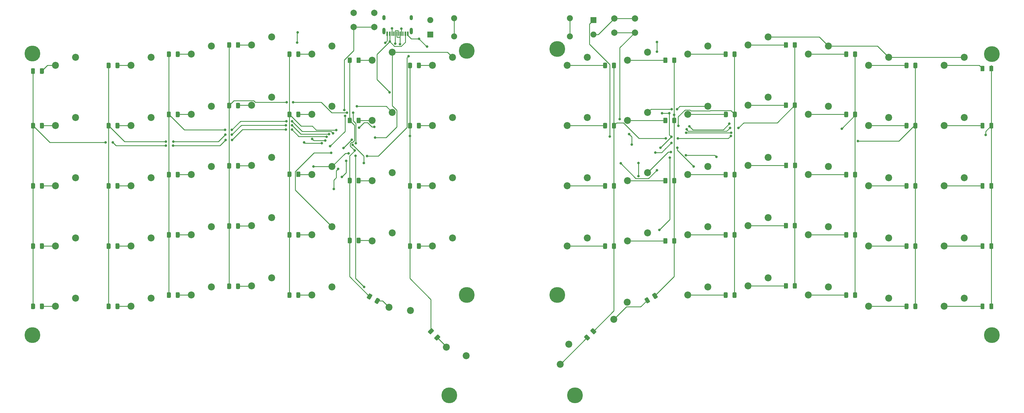
<source format=gbr>
%TF.GenerationSoftware,KiCad,Pcbnew,(5.1.10)-1*%
%TF.CreationDate,2021-08-09T17:58:55+02:00*%
%TF.ProjectId,T1,54312e6b-6963-4616-945f-706362585858,rev?*%
%TF.SameCoordinates,Original*%
%TF.FileFunction,Copper,L1,Top*%
%TF.FilePolarity,Positive*%
%FSLAX46Y46*%
G04 Gerber Fmt 4.6, Leading zero omitted, Abs format (unit mm)*
G04 Created by KiCad (PCBNEW (5.1.10)-1) date 2021-08-09 17:58:55*
%MOMM*%
%LPD*%
G01*
G04 APERTURE LIST*
%TA.AperFunction,ComponentPad*%
%ADD10C,5.000000*%
%TD*%
%TA.AperFunction,ComponentPad*%
%ADD11C,2.200000*%
%TD*%
%TA.AperFunction,SMDPad,CuDef*%
%ADD12R,0.600000X1.450000*%
%TD*%
%TA.AperFunction,SMDPad,CuDef*%
%ADD13R,0.300000X1.450000*%
%TD*%
%TA.AperFunction,ComponentPad*%
%ADD14O,1.000000X2.100000*%
%TD*%
%TA.AperFunction,ComponentPad*%
%ADD15O,1.000000X1.600000*%
%TD*%
%TA.AperFunction,ComponentPad*%
%ADD16C,2.000000*%
%TD*%
%TA.AperFunction,ComponentPad*%
%ADD17C,1.900000*%
%TD*%
%TA.AperFunction,ComponentPad*%
%ADD18R,1.900000X1.900000*%
%TD*%
%TA.AperFunction,ViaPad*%
%ADD19C,0.800000*%
%TD*%
%TA.AperFunction,Conductor*%
%ADD20C,0.250000*%
%TD*%
G04 APERTURE END LIST*
D10*
%TO.P,REF\u002A\u002A,1*%
%TO.N,N/C*%
X290512500Y-58896250D03*
%TD*%
%TO.P,REF\u002A\u002A,1*%
%TO.N,N/C*%
X290512500Y-147796250D03*
%TD*%
%TO.P,REF\u002A\u002A,1*%
%TO.N,N/C*%
X158750000Y-166846250D03*
%TD*%
%TO.P,REF\u002A\u002A,1*%
%TO.N,N/C*%
X153193750Y-135096250D03*
%TD*%
%TO.P,REF\u002A\u002A,1*%
%TO.N,N/C*%
X124618750Y-135096250D03*
%TD*%
%TO.P,REF\u002A\u002A,1*%
%TO.N,N/C*%
X153193750Y-57308750D03*
%TD*%
%TO.P,REF\u002A\u002A,1*%
%TO.N,N/C*%
X124618750Y-57943750D03*
%TD*%
%TO.P,REF\u002A\u002A,1*%
%TO.N,N/C*%
X119062500Y-166846250D03*
%TD*%
%TO.P,REF\u002A\u002A,1*%
%TO.N,N/C*%
X-12700000Y-58737500D03*
%TD*%
%TO.P,REF\u002A\u002A,1*%
%TO.N,N/C*%
X-12700000Y-147796250D03*
%TD*%
D11*
%TO.P,SW43,2*%
%TO.N,Net-(D41-Pad2)*%
X175412400Y-60858400D03*
%TO.P,SW43,1*%
%TO.N,/rightButtonSheet/row1*%
X181762400Y-58318400D03*
%TD*%
%TO.P,SW26,2*%
%TO.N,Net-(D26-Pad2)*%
X94716600Y-60858400D03*
%TO.P,SW26,1*%
%TO.N,/leftButtonSheet/row1*%
X101066600Y-58318400D03*
%TD*%
%TO.P,SW16,2*%
%TO.N,Net-(D16-Pad2)*%
X56610250Y-56038750D03*
%TO.P,SW16,1*%
%TO.N,/leftButtonSheet/row1*%
X62960250Y-53498750D03*
%TD*%
%TO.P,SW72,2*%
%TO.N,Net-(D70-Pad2)*%
X275494750Y-138715750D03*
%TO.P,SW72,1*%
%TO.N,/rightButtonSheet/row5*%
X281844750Y-136175750D03*
%TD*%
%TO.P,SW71,2*%
%TO.N,Net-(D69-Pad2)*%
X275494750Y-119665750D03*
%TO.P,SW71,1*%
%TO.N,/rightButtonSheet/row4*%
X281844750Y-117125750D03*
%TD*%
%TO.P,SW70,2*%
%TO.N,Net-(D68-Pad2)*%
X275494750Y-100615750D03*
%TO.P,SW70,1*%
%TO.N,/rightButtonSheet/row3*%
X281844750Y-98075750D03*
%TD*%
%TO.P,SW69,2*%
%TO.N,Net-(D67-Pad2)*%
X275494750Y-81565750D03*
%TO.P,SW69,1*%
%TO.N,/rightButtonSheet/row2*%
X281844750Y-79025750D03*
%TD*%
%TO.P,SW68,2*%
%TO.N,Net-(D66-Pad2)*%
X275494750Y-62515750D03*
%TO.P,SW68,1*%
%TO.N,/rightButtonSheet/row1*%
X281844750Y-59975750D03*
%TD*%
%TO.P,SW67,2*%
%TO.N,Net-(D65-Pad2)*%
X251618750Y-138715750D03*
%TO.P,SW67,1*%
%TO.N,/rightButtonSheet/row5*%
X257968750Y-136175750D03*
%TD*%
%TO.P,SW66,2*%
%TO.N,Net-(D64-Pad2)*%
X251618750Y-119665750D03*
%TO.P,SW66,1*%
%TO.N,/rightButtonSheet/row4*%
X257968750Y-117125750D03*
%TD*%
%TO.P,SW65,2*%
%TO.N,Net-(D63-Pad2)*%
X251618750Y-100615750D03*
%TO.P,SW65,1*%
%TO.N,/rightButtonSheet/row3*%
X257968750Y-98075750D03*
%TD*%
%TO.P,SW64,2*%
%TO.N,Net-(D62-Pad2)*%
X251618750Y-81565750D03*
%TO.P,SW64,1*%
%TO.N,/rightButtonSheet/row2*%
X257968750Y-79025750D03*
%TD*%
%TO.P,SW63,2*%
%TO.N,Net-(D61-Pad2)*%
X251618750Y-62515750D03*
%TO.P,SW63,1*%
%TO.N,/rightButtonSheet/row1*%
X257968750Y-59975750D03*
%TD*%
%TO.P,SW62,2*%
%TO.N,Net-(D60-Pad2)*%
X232568750Y-135159750D03*
%TO.P,SW62,1*%
%TO.N,/rightButtonSheet/row5*%
X238918750Y-132619750D03*
%TD*%
%TO.P,SW61,2*%
%TO.N,Net-(D59-Pad2)*%
X232568750Y-116109750D03*
%TO.P,SW61,1*%
%TO.N,/rightButtonSheet/row4*%
X238918750Y-113569750D03*
%TD*%
%TO.P,SW60,2*%
%TO.N,Net-(D58-Pad2)*%
X232568750Y-97059750D03*
%TO.P,SW60,1*%
%TO.N,/rightButtonSheet/row3*%
X238918750Y-94519750D03*
%TD*%
%TO.P,SW59,2*%
%TO.N,Net-(D57-Pad2)*%
X232568750Y-78009750D03*
%TO.P,SW59,1*%
%TO.N,/rightButtonSheet/row2*%
X238918750Y-75469750D03*
%TD*%
%TO.P,SW58,2*%
%TO.N,Net-(D56-Pad2)*%
X232568750Y-58959750D03*
%TO.P,SW58,1*%
%TO.N,/rightButtonSheet/row1*%
X238918750Y-56419750D03*
%TD*%
%TO.P,SW57,2*%
%TO.N,Net-(D55-Pad2)*%
X213518750Y-132238750D03*
%TO.P,SW57,1*%
%TO.N,/rightButtonSheet/row5*%
X219868750Y-129698750D03*
%TD*%
%TO.P,SW56,2*%
%TO.N,Net-(D54-Pad2)*%
X213518750Y-113188750D03*
%TO.P,SW56,1*%
%TO.N,/rightButtonSheet/row4*%
X219868750Y-110648750D03*
%TD*%
%TO.P,SW55,2*%
%TO.N,Net-(D53-Pad2)*%
X213518750Y-94138750D03*
%TO.P,SW55,1*%
%TO.N,/rightButtonSheet/row3*%
X219868750Y-91598750D03*
%TD*%
%TO.P,SW54,2*%
%TO.N,Net-(D52-Pad2)*%
X213518750Y-75088750D03*
%TO.P,SW54,1*%
%TO.N,/rightButtonSheet/row2*%
X219868750Y-72548750D03*
%TD*%
%TO.P,SW53,2*%
%TO.N,Net-(D51-Pad2)*%
X213518750Y-56038750D03*
%TO.P,SW53,1*%
%TO.N,/rightButtonSheet/row1*%
X219868750Y-53498750D03*
%TD*%
%TO.P,SW52,2*%
%TO.N,Net-(D50-Pad2)*%
X194468750Y-135159750D03*
%TO.P,SW52,1*%
%TO.N,/rightButtonSheet/row5*%
X200818750Y-132619750D03*
%TD*%
%TO.P,SW51,2*%
%TO.N,Net-(D49-Pad2)*%
X194468750Y-116109750D03*
%TO.P,SW51,1*%
%TO.N,/rightButtonSheet/row4*%
X200818750Y-113569750D03*
%TD*%
%TO.P,SW50,2*%
%TO.N,Net-(D48-Pad2)*%
X194468750Y-97059750D03*
%TO.P,SW50,1*%
%TO.N,/rightButtonSheet/row3*%
X200818750Y-94519750D03*
%TD*%
%TO.P,SW49,2*%
%TO.N,Net-(D47-Pad2)*%
X194468750Y-78009750D03*
%TO.P,SW49,1*%
%TO.N,/rightButtonSheet/row2*%
X200818750Y-75469750D03*
%TD*%
%TO.P,SW48,2*%
%TO.N,Net-(D46-Pad2)*%
X194468750Y-58959750D03*
%TO.P,SW48,1*%
%TO.N,/rightButtonSheet/row1*%
X200818750Y-56419750D03*
%TD*%
%TO.P,SW47,2*%
%TO.N,Net-(D45-Pad2)*%
X171103194Y-142820455D03*
%TO.P,SW47,1*%
%TO.N,/rightButtonSheet/row5*%
X175332455Y-137445750D03*
%TD*%
%TO.P,SW46,2*%
%TO.N,Net-(D44-Pad2)*%
X175418750Y-118014750D03*
%TO.P,SW46,1*%
%TO.N,/rightButtonSheet/row4*%
X181768750Y-115474750D03*
%TD*%
%TO.P,SW45,2*%
%TO.N,Net-(D43-Pad2)*%
X175418750Y-98964750D03*
%TO.P,SW45,1*%
%TO.N,/rightButtonSheet/row3*%
X181768750Y-96424750D03*
%TD*%
%TO.P,SW44,2*%
%TO.N,Net-(D42-Pad2)*%
X175418750Y-79914750D03*
%TO.P,SW44,1*%
%TO.N,/rightButtonSheet/row2*%
X181768750Y-77374750D03*
%TD*%
%TO.P,SW42,2*%
%TO.N,Net-(D40-Pad2)*%
X154164622Y-157012775D03*
%TO.P,SW42,1*%
%TO.N,/rightButtonSheet/row5*%
X156858699Y-150726596D03*
%TD*%
%TO.P,SW41,2*%
%TO.N,Net-(D39-Pad2)*%
X156368750Y-119665750D03*
%TO.P,SW41,1*%
%TO.N,/rightButtonSheet/row4*%
X162718750Y-117125750D03*
%TD*%
%TO.P,SW40,2*%
%TO.N,Net-(D38-Pad2)*%
X156368750Y-100615750D03*
%TO.P,SW40,1*%
%TO.N,/rightButtonSheet/row3*%
X162718750Y-98075750D03*
%TD*%
%TO.P,SW39,2*%
%TO.N,Net-(D37-Pad2)*%
X156368750Y-81565750D03*
%TO.P,SW39,1*%
%TO.N,/rightButtonSheet/row2*%
X162718750Y-79025750D03*
%TD*%
%TO.P,SW38,2*%
%TO.N,Net-(D36-Pad2)*%
X156368750Y-62515750D03*
%TO.P,SW38,1*%
%TO.N,/rightButtonSheet/row1*%
X162718750Y-59975750D03*
%TD*%
%TO.P,D68,2*%
%TO.N,Net-(D68-Pad2)*%
%TA.AperFunction,SMDPad,CuDef*%
G36*
G01*
X288181750Y-99990750D02*
X288181750Y-101240750D01*
G75*
G02*
X287931750Y-101490750I-250000J0D01*
G01*
X287181750Y-101490750D01*
G75*
G02*
X286931750Y-101240750I0J250000D01*
G01*
X286931750Y-99990750D01*
G75*
G02*
X287181750Y-99740750I250000J0D01*
G01*
X287931750Y-99740750D01*
G75*
G02*
X288181750Y-99990750I0J-250000D01*
G01*
G37*
%TD.AperFunction*%
%TO.P,D68,1*%
%TO.N,/rightButtonSheet/column7*%
%TA.AperFunction,SMDPad,CuDef*%
G36*
G01*
X290981750Y-99990750D02*
X290981750Y-101240750D01*
G75*
G02*
X290731750Y-101490750I-250000J0D01*
G01*
X289981750Y-101490750D01*
G75*
G02*
X289731750Y-101240750I0J250000D01*
G01*
X289731750Y-99990750D01*
G75*
G02*
X289981750Y-99740750I250000J0D01*
G01*
X290731750Y-99740750D01*
G75*
G02*
X290981750Y-99990750I0J-250000D01*
G01*
G37*
%TD.AperFunction*%
%TD*%
%TO.P,D60,2*%
%TO.N,Net-(D60-Pad2)*%
%TA.AperFunction,SMDPad,CuDef*%
G36*
G01*
X245125750Y-134534750D02*
X245125750Y-135784750D01*
G75*
G02*
X244875750Y-136034750I-250000J0D01*
G01*
X244125750Y-136034750D01*
G75*
G02*
X243875750Y-135784750I0J250000D01*
G01*
X243875750Y-134534750D01*
G75*
G02*
X244125750Y-134284750I250000J0D01*
G01*
X244875750Y-134284750D01*
G75*
G02*
X245125750Y-134534750I0J-250000D01*
G01*
G37*
%TD.AperFunction*%
%TO.P,D60,1*%
%TO.N,/rightButtonSheet/column5*%
%TA.AperFunction,SMDPad,CuDef*%
G36*
G01*
X247925750Y-134534750D02*
X247925750Y-135784750D01*
G75*
G02*
X247675750Y-136034750I-250000J0D01*
G01*
X246925750Y-136034750D01*
G75*
G02*
X246675750Y-135784750I0J250000D01*
G01*
X246675750Y-134534750D01*
G75*
G02*
X246925750Y-134284750I250000J0D01*
G01*
X247675750Y-134284750D01*
G75*
G02*
X247925750Y-134534750I0J-250000D01*
G01*
G37*
%TD.AperFunction*%
%TD*%
%TO.P,D45,2*%
%TO.N,Net-(D45-Pad2)*%
%TA.AperFunction,SMDPad,CuDef*%
G36*
G01*
X181858644Y-135959984D02*
X182483644Y-137042516D01*
G75*
G02*
X182392138Y-137384022I-216506J-125000D01*
G01*
X181742618Y-137759022D01*
G75*
G02*
X181401112Y-137667516I-125000J216506D01*
G01*
X180776112Y-136584984D01*
G75*
G02*
X180867618Y-136243478I216506J125000D01*
G01*
X181517138Y-135868478D01*
G75*
G02*
X181858644Y-135959984I125000J-216506D01*
G01*
G37*
%TD.AperFunction*%
%TO.P,D45,1*%
%TO.N,/rightButtonSheet/column2*%
%TA.AperFunction,SMDPad,CuDef*%
G36*
G01*
X184283516Y-134559984D02*
X184908516Y-135642516D01*
G75*
G02*
X184817010Y-135984022I-216506J-125000D01*
G01*
X184167490Y-136359022D01*
G75*
G02*
X183825984Y-136267516I-125000J216506D01*
G01*
X183200984Y-135184984D01*
G75*
G02*
X183292490Y-134843478I216506J125000D01*
G01*
X183942010Y-134468478D01*
G75*
G02*
X184283516Y-134559984I125000J-216506D01*
G01*
G37*
%TD.AperFunction*%
%TD*%
D12*
%TO.P,J1,B1*%
%TO.N,GND*%
X99461250Y-52527250D03*
%TO.P,J1,A9*%
%TO.N,VCC*%
X100261250Y-52527250D03*
%TO.P,J1,B9*%
X105161250Y-52527250D03*
%TO.P,J1,B12*%
%TO.N,GND*%
X105961250Y-52527250D03*
%TO.P,J1,A1*%
X105961250Y-52527250D03*
%TO.P,J1,A4*%
%TO.N,VCC*%
X105161250Y-52527250D03*
%TO.P,J1,B4*%
X100261250Y-52527250D03*
%TO.P,J1,A12*%
%TO.N,GND*%
X99461250Y-52527250D03*
D13*
%TO.P,J1,B8*%
%TO.N,Net-(J1-PadB8)*%
X104461250Y-52527250D03*
%TO.P,J1,A5*%
%TO.N,Net-(J1-PadA5)*%
X103961250Y-52527250D03*
%TO.P,J1,B7*%
%TO.N,Net-(J1-PadA7)*%
X103461250Y-52527250D03*
%TO.P,J1,A7*%
X102461250Y-52527250D03*
%TO.P,J1,B6*%
%TO.N,Net-(J1-PadA6)*%
X101961250Y-52527250D03*
%TO.P,J1,A8*%
%TO.N,Net-(J1-PadA8)*%
X101461250Y-52527250D03*
%TO.P,J1,B5*%
%TO.N,Net-(J1-PadB5)*%
X100961250Y-52527250D03*
%TO.P,J1,A6*%
%TO.N,Net-(J1-PadA6)*%
X102961250Y-52527250D03*
D14*
%TO.P,J1,S1*%
%TO.N,GND*%
X98391250Y-51612250D03*
X107031250Y-51612250D03*
D15*
X107031250Y-47432250D03*
X98391250Y-47432250D03*
%TD*%
D16*
%TO.P,SW37,1*%
%TO.N,Net-(C10-Pad2)*%
X177727750Y-47656750D03*
%TO.P,SW37,2*%
%TO.N,Net-(R5-Pad2)*%
X177727750Y-52156750D03*
%TO.P,SW37,1*%
%TO.N,Net-(C10-Pad2)*%
X171227750Y-47656750D03*
%TO.P,SW37,2*%
%TO.N,Net-(R5-Pad2)*%
X171227750Y-52156750D03*
%TD*%
%TO.P,SW36,1*%
%TO.N,GND*%
X95368250Y-45878750D03*
%TO.P,SW36,2*%
%TO.N,Net-(R1-Pad2)*%
X95368250Y-50378750D03*
%TO.P,SW36,1*%
%TO.N,GND*%
X88868250Y-45878750D03*
%TO.P,SW36,2*%
%TO.N,Net-(R1-Pad2)*%
X88868250Y-50378750D03*
%TD*%
D11*
%TO.P,SW35,2*%
%TO.N,Net-(D35-Pad2)*%
X118142071Y-151642673D03*
%TO.P,SW35,1*%
%TO.N,/leftButtonSheet/row5*%
X124428250Y-154336750D03*
%TD*%
%TO.P,SW34,2*%
%TO.N,Net-(D34-Pad2)*%
X113760250Y-119665750D03*
%TO.P,SW34,1*%
%TO.N,/leftButtonSheet/row4*%
X120110250Y-117125750D03*
%TD*%
%TO.P,SW33,2*%
%TO.N,Net-(D33-Pad2)*%
X113760250Y-100615750D03*
%TO.P,SW33,1*%
%TO.N,/leftButtonSheet/row3*%
X120110250Y-98075750D03*
%TD*%
%TO.P,SW32,2*%
%TO.N,Net-(D32-Pad2)*%
X113760250Y-81565750D03*
%TO.P,SW32,1*%
%TO.N,/leftButtonSheet/row2*%
X120110250Y-79025750D03*
%TD*%
%TO.P,SW31,2*%
%TO.N,Net-(D31-Pad2)*%
X113760250Y-62515750D03*
%TO.P,SW31,1*%
%TO.N,/leftButtonSheet/row1*%
X120110250Y-59975750D03*
%TD*%
%TO.P,SW30,2*%
%TO.N,Net-(D30-Pad2)*%
X100046694Y-139056046D03*
%TO.P,SW30,1*%
%TO.N,/leftButtonSheet/row5*%
X106815955Y-140031341D03*
%TD*%
%TO.P,SW29,2*%
%TO.N,Net-(D29-Pad2)*%
X94710250Y-118014750D03*
%TO.P,SW29,1*%
%TO.N,/leftButtonSheet/row4*%
X101060250Y-115474750D03*
%TD*%
%TO.P,SW28,2*%
%TO.N,Net-(D28-Pad2)*%
X94710250Y-98964750D03*
%TO.P,SW28,1*%
%TO.N,/leftButtonSheet/row3*%
X101060250Y-96424750D03*
%TD*%
%TO.P,SW27,2*%
%TO.N,Net-(D27-Pad2)*%
X94710250Y-79914750D03*
%TO.P,SW27,1*%
%TO.N,/leftButtonSheet/row2*%
X101060250Y-77374750D03*
%TD*%
%TO.P,SW25,2*%
%TO.N,Net-(D25-Pad2)*%
X75660250Y-135159750D03*
%TO.P,SW25,1*%
%TO.N,/leftButtonSheet/row5*%
X82010250Y-132619750D03*
%TD*%
%TO.P,SW24,2*%
%TO.N,Net-(D24-Pad2)*%
X75660250Y-116109750D03*
%TO.P,SW24,1*%
%TO.N,/leftButtonSheet/row4*%
X82010250Y-113569750D03*
%TD*%
%TO.P,SW23,2*%
%TO.N,Net-(D23-Pad2)*%
X75660250Y-97059750D03*
%TO.P,SW23,1*%
%TO.N,/leftButtonSheet/row3*%
X82010250Y-94519750D03*
%TD*%
%TO.P,SW22,2*%
%TO.N,Net-(D22-Pad2)*%
X75660250Y-78009750D03*
%TO.P,SW22,1*%
%TO.N,/leftButtonSheet/row2*%
X82010250Y-75469750D03*
%TD*%
%TO.P,SW21,2*%
%TO.N,Net-(D21-Pad2)*%
X75660250Y-58959750D03*
%TO.P,SW21,1*%
%TO.N,/leftButtonSheet/row1*%
X82010250Y-56419750D03*
%TD*%
%TO.P,SW20,2*%
%TO.N,Net-(D20-Pad2)*%
X56610250Y-132238750D03*
%TO.P,SW20,1*%
%TO.N,/leftButtonSheet/row5*%
X62960250Y-129698750D03*
%TD*%
%TO.P,SW19,2*%
%TO.N,Net-(D19-Pad2)*%
X56610250Y-113188750D03*
%TO.P,SW19,1*%
%TO.N,/leftButtonSheet/row4*%
X62960250Y-110648750D03*
%TD*%
%TO.P,SW18,2*%
%TO.N,Net-(D18-Pad2)*%
X56610250Y-94138750D03*
%TO.P,SW18,1*%
%TO.N,/leftButtonSheet/row3*%
X62960250Y-91598750D03*
%TD*%
%TO.P,SW17,2*%
%TO.N,Net-(D17-Pad2)*%
X56610250Y-75088750D03*
%TO.P,SW17,1*%
%TO.N,/leftButtonSheet/row2*%
X62960250Y-72548750D03*
%TD*%
%TO.P,SW15,2*%
%TO.N,Net-(D15-Pad2)*%
X37560250Y-135159750D03*
%TO.P,SW15,1*%
%TO.N,/leftButtonSheet/row5*%
X43910250Y-132619750D03*
%TD*%
%TO.P,SW14,2*%
%TO.N,Net-(D14-Pad2)*%
X37560250Y-116109750D03*
%TO.P,SW14,1*%
%TO.N,/leftButtonSheet/row4*%
X43910250Y-113569750D03*
%TD*%
%TO.P,SW13,2*%
%TO.N,Net-(D13-Pad2)*%
X37560250Y-97059750D03*
%TO.P,SW13,1*%
%TO.N,/leftButtonSheet/row3*%
X43910250Y-94519750D03*
%TD*%
%TO.P,SW12,2*%
%TO.N,Net-(D12-Pad2)*%
X37560250Y-78009750D03*
%TO.P,SW12,1*%
%TO.N,/leftButtonSheet/row2*%
X43910250Y-75469750D03*
%TD*%
%TO.P,SW11,2*%
%TO.N,Net-(D11-Pad2)*%
X37560250Y-58959750D03*
%TO.P,SW11,1*%
%TO.N,/leftButtonSheet/row1*%
X43910250Y-56419750D03*
%TD*%
%TO.P,SW10,2*%
%TO.N,Net-(D10-Pad2)*%
X18510250Y-138715750D03*
%TO.P,SW10,1*%
%TO.N,/leftButtonSheet/row5*%
X24860250Y-136175750D03*
%TD*%
%TO.P,SW9,2*%
%TO.N,Net-(D9-Pad2)*%
X18510250Y-119665750D03*
%TO.P,SW9,1*%
%TO.N,/leftButtonSheet/row4*%
X24860250Y-117125750D03*
%TD*%
%TO.P,SW8,2*%
%TO.N,Net-(D8-Pad2)*%
X18510250Y-100615750D03*
%TO.P,SW8,1*%
%TO.N,/leftButtonSheet/row3*%
X24860250Y-98075750D03*
%TD*%
%TO.P,SW7,2*%
%TO.N,Net-(D7-Pad2)*%
X18510250Y-81565750D03*
%TO.P,SW7,1*%
%TO.N,/leftButtonSheet/row2*%
X24860250Y-79025750D03*
%TD*%
%TO.P,SW6,2*%
%TO.N,Net-(D6-Pad2)*%
X18510250Y-62515750D03*
%TO.P,SW6,1*%
%TO.N,/leftButtonSheet/row1*%
X24860250Y-59975750D03*
%TD*%
%TO.P,SW5,2*%
%TO.N,Net-(D5-Pad2)*%
X-5365750Y-138715750D03*
%TO.P,SW5,1*%
%TO.N,/leftButtonSheet/row5*%
X984250Y-136175750D03*
%TD*%
%TO.P,SW4,2*%
%TO.N,Net-(D4-Pad2)*%
X-5365750Y-119665750D03*
%TO.P,SW4,1*%
%TO.N,/leftButtonSheet/row4*%
X984250Y-117125750D03*
%TD*%
%TO.P,SW3,2*%
%TO.N,Net-(D3-Pad2)*%
X-5365750Y-100615750D03*
%TO.P,SW3,1*%
%TO.N,/leftButtonSheet/row3*%
X984250Y-98075750D03*
%TD*%
%TO.P,SW2,2*%
%TO.N,Net-(D2-Pad2)*%
X-5365750Y-81565750D03*
%TO.P,SW2,1*%
%TO.N,/leftButtonSheet/row2*%
X984250Y-79025750D03*
%TD*%
%TO.P,SW1,2*%
%TO.N,Net-(D1-Pad2)*%
X-5365750Y-62515750D03*
%TO.P,SW1,1*%
%TO.N,/leftButtonSheet/row1*%
X984250Y-59975750D03*
%TD*%
D17*
%TO.P,J3,S*%
%TO.N,Net-(C10-Pad2)*%
X164646750Y-52700750D03*
D18*
%TO.P,J3,R*%
%TO.N,Net-(J3-PadR)*%
X164646750Y-48200750D03*
D17*
%TO.P,J3,T*%
%TO.N,Net-(J3-PadT)*%
X157146750Y-53350750D03*
X157146750Y-47550750D03*
%TD*%
%TO.P,J2,S*%
%TO.N,GND*%
X113102250Y-48200750D03*
D18*
%TO.P,J2,R*%
%TO.N,Net-(J2-PadR)*%
X113102250Y-52700750D03*
D17*
%TO.P,J2,T*%
%TO.N,VCC*%
X120602250Y-47550750D03*
X120602250Y-53350750D03*
%TD*%
%TO.P,D70,2*%
%TO.N,Net-(D70-Pad2)*%
%TA.AperFunction,SMDPad,CuDef*%
G36*
G01*
X288181750Y-138090750D02*
X288181750Y-139340750D01*
G75*
G02*
X287931750Y-139590750I-250000J0D01*
G01*
X287181750Y-139590750D01*
G75*
G02*
X286931750Y-139340750I0J250000D01*
G01*
X286931750Y-138090750D01*
G75*
G02*
X287181750Y-137840750I250000J0D01*
G01*
X287931750Y-137840750D01*
G75*
G02*
X288181750Y-138090750I0J-250000D01*
G01*
G37*
%TD.AperFunction*%
%TO.P,D70,1*%
%TO.N,/rightButtonSheet/column7*%
%TA.AperFunction,SMDPad,CuDef*%
G36*
G01*
X290981750Y-138090750D02*
X290981750Y-139340750D01*
G75*
G02*
X290731750Y-139590750I-250000J0D01*
G01*
X289981750Y-139590750D01*
G75*
G02*
X289731750Y-139340750I0J250000D01*
G01*
X289731750Y-138090750D01*
G75*
G02*
X289981750Y-137840750I250000J0D01*
G01*
X290731750Y-137840750D01*
G75*
G02*
X290981750Y-138090750I0J-250000D01*
G01*
G37*
%TD.AperFunction*%
%TD*%
%TO.P,D69,2*%
%TO.N,Net-(D69-Pad2)*%
%TA.AperFunction,SMDPad,CuDef*%
G36*
G01*
X288181750Y-119040750D02*
X288181750Y-120290750D01*
G75*
G02*
X287931750Y-120540750I-250000J0D01*
G01*
X287181750Y-120540750D01*
G75*
G02*
X286931750Y-120290750I0J250000D01*
G01*
X286931750Y-119040750D01*
G75*
G02*
X287181750Y-118790750I250000J0D01*
G01*
X287931750Y-118790750D01*
G75*
G02*
X288181750Y-119040750I0J-250000D01*
G01*
G37*
%TD.AperFunction*%
%TO.P,D69,1*%
%TO.N,/rightButtonSheet/column7*%
%TA.AperFunction,SMDPad,CuDef*%
G36*
G01*
X290981750Y-119040750D02*
X290981750Y-120290750D01*
G75*
G02*
X290731750Y-120540750I-250000J0D01*
G01*
X289981750Y-120540750D01*
G75*
G02*
X289731750Y-120290750I0J250000D01*
G01*
X289731750Y-119040750D01*
G75*
G02*
X289981750Y-118790750I250000J0D01*
G01*
X290731750Y-118790750D01*
G75*
G02*
X290981750Y-119040750I0J-250000D01*
G01*
G37*
%TD.AperFunction*%
%TD*%
%TO.P,D67,2*%
%TO.N,Net-(D67-Pad2)*%
%TA.AperFunction,SMDPad,CuDef*%
G36*
G01*
X288181750Y-80940750D02*
X288181750Y-82190750D01*
G75*
G02*
X287931750Y-82440750I-250000J0D01*
G01*
X287181750Y-82440750D01*
G75*
G02*
X286931750Y-82190750I0J250000D01*
G01*
X286931750Y-80940750D01*
G75*
G02*
X287181750Y-80690750I250000J0D01*
G01*
X287931750Y-80690750D01*
G75*
G02*
X288181750Y-80940750I0J-250000D01*
G01*
G37*
%TD.AperFunction*%
%TO.P,D67,1*%
%TO.N,/rightButtonSheet/column7*%
%TA.AperFunction,SMDPad,CuDef*%
G36*
G01*
X290981750Y-80940750D02*
X290981750Y-82190750D01*
G75*
G02*
X290731750Y-82440750I-250000J0D01*
G01*
X289981750Y-82440750D01*
G75*
G02*
X289731750Y-82190750I0J250000D01*
G01*
X289731750Y-80940750D01*
G75*
G02*
X289981750Y-80690750I250000J0D01*
G01*
X290731750Y-80690750D01*
G75*
G02*
X290981750Y-80940750I0J-250000D01*
G01*
G37*
%TD.AperFunction*%
%TD*%
%TO.P,D66,2*%
%TO.N,Net-(D66-Pad2)*%
%TA.AperFunction,SMDPad,CuDef*%
G36*
G01*
X288181750Y-62875000D02*
X288181750Y-64125000D01*
G75*
G02*
X287931750Y-64375000I-250000J0D01*
G01*
X287181750Y-64375000D01*
G75*
G02*
X286931750Y-64125000I0J250000D01*
G01*
X286931750Y-62875000D01*
G75*
G02*
X287181750Y-62625000I250000J0D01*
G01*
X287931750Y-62625000D01*
G75*
G02*
X288181750Y-62875000I0J-250000D01*
G01*
G37*
%TD.AperFunction*%
%TO.P,D66,1*%
%TO.N,/rightButtonSheet/column7*%
%TA.AperFunction,SMDPad,CuDef*%
G36*
G01*
X290981750Y-62875000D02*
X290981750Y-64125000D01*
G75*
G02*
X290731750Y-64375000I-250000J0D01*
G01*
X289981750Y-64375000D01*
G75*
G02*
X289731750Y-64125000I0J250000D01*
G01*
X289731750Y-62875000D01*
G75*
G02*
X289981750Y-62625000I250000J0D01*
G01*
X290731750Y-62625000D01*
G75*
G02*
X290981750Y-62875000I0J-250000D01*
G01*
G37*
%TD.AperFunction*%
%TD*%
%TO.P,D65,2*%
%TO.N,Net-(D65-Pad2)*%
%TA.AperFunction,SMDPad,CuDef*%
G36*
G01*
X264178750Y-138090750D02*
X264178750Y-139340750D01*
G75*
G02*
X263928750Y-139590750I-250000J0D01*
G01*
X263178750Y-139590750D01*
G75*
G02*
X262928750Y-139340750I0J250000D01*
G01*
X262928750Y-138090750D01*
G75*
G02*
X263178750Y-137840750I250000J0D01*
G01*
X263928750Y-137840750D01*
G75*
G02*
X264178750Y-138090750I0J-250000D01*
G01*
G37*
%TD.AperFunction*%
%TO.P,D65,1*%
%TO.N,/rightButtonSheet/column6*%
%TA.AperFunction,SMDPad,CuDef*%
G36*
G01*
X266978750Y-138090750D02*
X266978750Y-139340750D01*
G75*
G02*
X266728750Y-139590750I-250000J0D01*
G01*
X265978750Y-139590750D01*
G75*
G02*
X265728750Y-139340750I0J250000D01*
G01*
X265728750Y-138090750D01*
G75*
G02*
X265978750Y-137840750I250000J0D01*
G01*
X266728750Y-137840750D01*
G75*
G02*
X266978750Y-138090750I0J-250000D01*
G01*
G37*
%TD.AperFunction*%
%TD*%
%TO.P,D64,2*%
%TO.N,Net-(D64-Pad2)*%
%TA.AperFunction,SMDPad,CuDef*%
G36*
G01*
X264178750Y-119040750D02*
X264178750Y-120290750D01*
G75*
G02*
X263928750Y-120540750I-250000J0D01*
G01*
X263178750Y-120540750D01*
G75*
G02*
X262928750Y-120290750I0J250000D01*
G01*
X262928750Y-119040750D01*
G75*
G02*
X263178750Y-118790750I250000J0D01*
G01*
X263928750Y-118790750D01*
G75*
G02*
X264178750Y-119040750I0J-250000D01*
G01*
G37*
%TD.AperFunction*%
%TO.P,D64,1*%
%TO.N,/rightButtonSheet/column6*%
%TA.AperFunction,SMDPad,CuDef*%
G36*
G01*
X266978750Y-119040750D02*
X266978750Y-120290750D01*
G75*
G02*
X266728750Y-120540750I-250000J0D01*
G01*
X265978750Y-120540750D01*
G75*
G02*
X265728750Y-120290750I0J250000D01*
G01*
X265728750Y-119040750D01*
G75*
G02*
X265978750Y-118790750I250000J0D01*
G01*
X266728750Y-118790750D01*
G75*
G02*
X266978750Y-119040750I0J-250000D01*
G01*
G37*
%TD.AperFunction*%
%TD*%
%TO.P,D63,2*%
%TO.N,Net-(D63-Pad2)*%
%TA.AperFunction,SMDPad,CuDef*%
G36*
G01*
X264175750Y-99990750D02*
X264175750Y-101240750D01*
G75*
G02*
X263925750Y-101490750I-250000J0D01*
G01*
X263175750Y-101490750D01*
G75*
G02*
X262925750Y-101240750I0J250000D01*
G01*
X262925750Y-99990750D01*
G75*
G02*
X263175750Y-99740750I250000J0D01*
G01*
X263925750Y-99740750D01*
G75*
G02*
X264175750Y-99990750I0J-250000D01*
G01*
G37*
%TD.AperFunction*%
%TO.P,D63,1*%
%TO.N,/rightButtonSheet/column6*%
%TA.AperFunction,SMDPad,CuDef*%
G36*
G01*
X266975750Y-99990750D02*
X266975750Y-101240750D01*
G75*
G02*
X266725750Y-101490750I-250000J0D01*
G01*
X265975750Y-101490750D01*
G75*
G02*
X265725750Y-101240750I0J250000D01*
G01*
X265725750Y-99990750D01*
G75*
G02*
X265975750Y-99740750I250000J0D01*
G01*
X266725750Y-99740750D01*
G75*
G02*
X266975750Y-99990750I0J-250000D01*
G01*
G37*
%TD.AperFunction*%
%TD*%
%TO.P,D62,2*%
%TO.N,Net-(D62-Pad2)*%
%TA.AperFunction,SMDPad,CuDef*%
G36*
G01*
X264178750Y-80940750D02*
X264178750Y-82190750D01*
G75*
G02*
X263928750Y-82440750I-250000J0D01*
G01*
X263178750Y-82440750D01*
G75*
G02*
X262928750Y-82190750I0J250000D01*
G01*
X262928750Y-80940750D01*
G75*
G02*
X263178750Y-80690750I250000J0D01*
G01*
X263928750Y-80690750D01*
G75*
G02*
X264178750Y-80940750I0J-250000D01*
G01*
G37*
%TD.AperFunction*%
%TO.P,D62,1*%
%TO.N,/rightButtonSheet/column6*%
%TA.AperFunction,SMDPad,CuDef*%
G36*
G01*
X266978750Y-80940750D02*
X266978750Y-82190750D01*
G75*
G02*
X266728750Y-82440750I-250000J0D01*
G01*
X265978750Y-82440750D01*
G75*
G02*
X265728750Y-82190750I0J250000D01*
G01*
X265728750Y-80940750D01*
G75*
G02*
X265978750Y-80690750I250000J0D01*
G01*
X266728750Y-80690750D01*
G75*
G02*
X266978750Y-80940750I0J-250000D01*
G01*
G37*
%TD.AperFunction*%
%TD*%
%TO.P,D61,2*%
%TO.N,Net-(D61-Pad2)*%
%TA.AperFunction,SMDPad,CuDef*%
G36*
G01*
X264178750Y-61890750D02*
X264178750Y-63140750D01*
G75*
G02*
X263928750Y-63390750I-250000J0D01*
G01*
X263178750Y-63390750D01*
G75*
G02*
X262928750Y-63140750I0J250000D01*
G01*
X262928750Y-61890750D01*
G75*
G02*
X263178750Y-61640750I250000J0D01*
G01*
X263928750Y-61640750D01*
G75*
G02*
X264178750Y-61890750I0J-250000D01*
G01*
G37*
%TD.AperFunction*%
%TO.P,D61,1*%
%TO.N,/rightButtonSheet/column6*%
%TA.AperFunction,SMDPad,CuDef*%
G36*
G01*
X266978750Y-61890750D02*
X266978750Y-63140750D01*
G75*
G02*
X266728750Y-63390750I-250000J0D01*
G01*
X265978750Y-63390750D01*
G75*
G02*
X265728750Y-63140750I0J250000D01*
G01*
X265728750Y-61890750D01*
G75*
G02*
X265978750Y-61640750I250000J0D01*
G01*
X266728750Y-61640750D01*
G75*
G02*
X266978750Y-61890750I0J-250000D01*
G01*
G37*
%TD.AperFunction*%
%TD*%
%TO.P,D59,2*%
%TO.N,Net-(D59-Pad2)*%
%TA.AperFunction,SMDPad,CuDef*%
G36*
G01*
X245128750Y-115484750D02*
X245128750Y-116734750D01*
G75*
G02*
X244878750Y-116984750I-250000J0D01*
G01*
X244128750Y-116984750D01*
G75*
G02*
X243878750Y-116734750I0J250000D01*
G01*
X243878750Y-115484750D01*
G75*
G02*
X244128750Y-115234750I250000J0D01*
G01*
X244878750Y-115234750D01*
G75*
G02*
X245128750Y-115484750I0J-250000D01*
G01*
G37*
%TD.AperFunction*%
%TO.P,D59,1*%
%TO.N,/rightButtonSheet/column5*%
%TA.AperFunction,SMDPad,CuDef*%
G36*
G01*
X247928750Y-115484750D02*
X247928750Y-116734750D01*
G75*
G02*
X247678750Y-116984750I-250000J0D01*
G01*
X246928750Y-116984750D01*
G75*
G02*
X246678750Y-116734750I0J250000D01*
G01*
X246678750Y-115484750D01*
G75*
G02*
X246928750Y-115234750I250000J0D01*
G01*
X247678750Y-115234750D01*
G75*
G02*
X247928750Y-115484750I0J-250000D01*
G01*
G37*
%TD.AperFunction*%
%TD*%
%TO.P,D58,2*%
%TO.N,Net-(D58-Pad2)*%
%TA.AperFunction,SMDPad,CuDef*%
G36*
G01*
X245128750Y-96434750D02*
X245128750Y-97684750D01*
G75*
G02*
X244878750Y-97934750I-250000J0D01*
G01*
X244128750Y-97934750D01*
G75*
G02*
X243878750Y-97684750I0J250000D01*
G01*
X243878750Y-96434750D01*
G75*
G02*
X244128750Y-96184750I250000J0D01*
G01*
X244878750Y-96184750D01*
G75*
G02*
X245128750Y-96434750I0J-250000D01*
G01*
G37*
%TD.AperFunction*%
%TO.P,D58,1*%
%TO.N,/rightButtonSheet/column5*%
%TA.AperFunction,SMDPad,CuDef*%
G36*
G01*
X247928750Y-96434750D02*
X247928750Y-97684750D01*
G75*
G02*
X247678750Y-97934750I-250000J0D01*
G01*
X246928750Y-97934750D01*
G75*
G02*
X246678750Y-97684750I0J250000D01*
G01*
X246678750Y-96434750D01*
G75*
G02*
X246928750Y-96184750I250000J0D01*
G01*
X247678750Y-96184750D01*
G75*
G02*
X247928750Y-96434750I0J-250000D01*
G01*
G37*
%TD.AperFunction*%
%TD*%
%TO.P,D57,2*%
%TO.N,Net-(D57-Pad2)*%
%TA.AperFunction,SMDPad,CuDef*%
G36*
G01*
X245128750Y-77384750D02*
X245128750Y-78634750D01*
G75*
G02*
X244878750Y-78884750I-250000J0D01*
G01*
X244128750Y-78884750D01*
G75*
G02*
X243878750Y-78634750I0J250000D01*
G01*
X243878750Y-77384750D01*
G75*
G02*
X244128750Y-77134750I250000J0D01*
G01*
X244878750Y-77134750D01*
G75*
G02*
X245128750Y-77384750I0J-250000D01*
G01*
G37*
%TD.AperFunction*%
%TO.P,D57,1*%
%TO.N,/rightButtonSheet/column5*%
%TA.AperFunction,SMDPad,CuDef*%
G36*
G01*
X247928750Y-77384750D02*
X247928750Y-78634750D01*
G75*
G02*
X247678750Y-78884750I-250000J0D01*
G01*
X246928750Y-78884750D01*
G75*
G02*
X246678750Y-78634750I0J250000D01*
G01*
X246678750Y-77384750D01*
G75*
G02*
X246928750Y-77134750I250000J0D01*
G01*
X247678750Y-77134750D01*
G75*
G02*
X247928750Y-77384750I0J-250000D01*
G01*
G37*
%TD.AperFunction*%
%TD*%
%TO.P,D56,2*%
%TO.N,Net-(D56-Pad2)*%
%TA.AperFunction,SMDPad,CuDef*%
G36*
G01*
X245128750Y-58334750D02*
X245128750Y-59584750D01*
G75*
G02*
X244878750Y-59834750I-250000J0D01*
G01*
X244128750Y-59834750D01*
G75*
G02*
X243878750Y-59584750I0J250000D01*
G01*
X243878750Y-58334750D01*
G75*
G02*
X244128750Y-58084750I250000J0D01*
G01*
X244878750Y-58084750D01*
G75*
G02*
X245128750Y-58334750I0J-250000D01*
G01*
G37*
%TD.AperFunction*%
%TO.P,D56,1*%
%TO.N,/rightButtonSheet/column5*%
%TA.AperFunction,SMDPad,CuDef*%
G36*
G01*
X247928750Y-58334750D02*
X247928750Y-59584750D01*
G75*
G02*
X247678750Y-59834750I-250000J0D01*
G01*
X246928750Y-59834750D01*
G75*
G02*
X246678750Y-59584750I0J250000D01*
G01*
X246678750Y-58334750D01*
G75*
G02*
X246928750Y-58084750I250000J0D01*
G01*
X247678750Y-58084750D01*
G75*
G02*
X247928750Y-58334750I0J-250000D01*
G01*
G37*
%TD.AperFunction*%
%TD*%
%TO.P,D55,2*%
%TO.N,Net-(D55-Pad2)*%
%TA.AperFunction,SMDPad,CuDef*%
G36*
G01*
X226078750Y-131613750D02*
X226078750Y-132863750D01*
G75*
G02*
X225828750Y-133113750I-250000J0D01*
G01*
X225078750Y-133113750D01*
G75*
G02*
X224828750Y-132863750I0J250000D01*
G01*
X224828750Y-131613750D01*
G75*
G02*
X225078750Y-131363750I250000J0D01*
G01*
X225828750Y-131363750D01*
G75*
G02*
X226078750Y-131613750I0J-250000D01*
G01*
G37*
%TD.AperFunction*%
%TO.P,D55,1*%
%TO.N,/rightButtonSheet/column4*%
%TA.AperFunction,SMDPad,CuDef*%
G36*
G01*
X228878750Y-131613750D02*
X228878750Y-132863750D01*
G75*
G02*
X228628750Y-133113750I-250000J0D01*
G01*
X227878750Y-133113750D01*
G75*
G02*
X227628750Y-132863750I0J250000D01*
G01*
X227628750Y-131613750D01*
G75*
G02*
X227878750Y-131363750I250000J0D01*
G01*
X228628750Y-131363750D01*
G75*
G02*
X228878750Y-131613750I0J-250000D01*
G01*
G37*
%TD.AperFunction*%
%TD*%
%TO.P,D54,2*%
%TO.N,Net-(D54-Pad2)*%
%TA.AperFunction,SMDPad,CuDef*%
G36*
G01*
X226078750Y-112563750D02*
X226078750Y-113813750D01*
G75*
G02*
X225828750Y-114063750I-250000J0D01*
G01*
X225078750Y-114063750D01*
G75*
G02*
X224828750Y-113813750I0J250000D01*
G01*
X224828750Y-112563750D01*
G75*
G02*
X225078750Y-112313750I250000J0D01*
G01*
X225828750Y-112313750D01*
G75*
G02*
X226078750Y-112563750I0J-250000D01*
G01*
G37*
%TD.AperFunction*%
%TO.P,D54,1*%
%TO.N,/rightButtonSheet/column4*%
%TA.AperFunction,SMDPad,CuDef*%
G36*
G01*
X228878750Y-112563750D02*
X228878750Y-113813750D01*
G75*
G02*
X228628750Y-114063750I-250000J0D01*
G01*
X227878750Y-114063750D01*
G75*
G02*
X227628750Y-113813750I0J250000D01*
G01*
X227628750Y-112563750D01*
G75*
G02*
X227878750Y-112313750I250000J0D01*
G01*
X228628750Y-112313750D01*
G75*
G02*
X228878750Y-112563750I0J-250000D01*
G01*
G37*
%TD.AperFunction*%
%TD*%
%TO.P,D53,2*%
%TO.N,Net-(D53-Pad2)*%
%TA.AperFunction,SMDPad,CuDef*%
G36*
G01*
X226139250Y-93513750D02*
X226139250Y-94763750D01*
G75*
G02*
X225889250Y-95013750I-250000J0D01*
G01*
X225139250Y-95013750D01*
G75*
G02*
X224889250Y-94763750I0J250000D01*
G01*
X224889250Y-93513750D01*
G75*
G02*
X225139250Y-93263750I250000J0D01*
G01*
X225889250Y-93263750D01*
G75*
G02*
X226139250Y-93513750I0J-250000D01*
G01*
G37*
%TD.AperFunction*%
%TO.P,D53,1*%
%TO.N,/rightButtonSheet/column4*%
%TA.AperFunction,SMDPad,CuDef*%
G36*
G01*
X228939250Y-93513750D02*
X228939250Y-94763750D01*
G75*
G02*
X228689250Y-95013750I-250000J0D01*
G01*
X227939250Y-95013750D01*
G75*
G02*
X227689250Y-94763750I0J250000D01*
G01*
X227689250Y-93513750D01*
G75*
G02*
X227939250Y-93263750I250000J0D01*
G01*
X228689250Y-93263750D01*
G75*
G02*
X228939250Y-93513750I0J-250000D01*
G01*
G37*
%TD.AperFunction*%
%TD*%
%TO.P,D52,2*%
%TO.N,Net-(D52-Pad2)*%
%TA.AperFunction,SMDPad,CuDef*%
G36*
G01*
X226078750Y-74463750D02*
X226078750Y-75713750D01*
G75*
G02*
X225828750Y-75963750I-250000J0D01*
G01*
X225078750Y-75963750D01*
G75*
G02*
X224828750Y-75713750I0J250000D01*
G01*
X224828750Y-74463750D01*
G75*
G02*
X225078750Y-74213750I250000J0D01*
G01*
X225828750Y-74213750D01*
G75*
G02*
X226078750Y-74463750I0J-250000D01*
G01*
G37*
%TD.AperFunction*%
%TO.P,D52,1*%
%TO.N,/rightButtonSheet/column4*%
%TA.AperFunction,SMDPad,CuDef*%
G36*
G01*
X228878750Y-74463750D02*
X228878750Y-75713750D01*
G75*
G02*
X228628750Y-75963750I-250000J0D01*
G01*
X227878750Y-75963750D01*
G75*
G02*
X227628750Y-75713750I0J250000D01*
G01*
X227628750Y-74463750D01*
G75*
G02*
X227878750Y-74213750I250000J0D01*
G01*
X228628750Y-74213750D01*
G75*
G02*
X228878750Y-74463750I0J-250000D01*
G01*
G37*
%TD.AperFunction*%
%TD*%
%TO.P,D51,2*%
%TO.N,Net-(D51-Pad2)*%
%TA.AperFunction,SMDPad,CuDef*%
G36*
G01*
X226075750Y-55413750D02*
X226075750Y-56663750D01*
G75*
G02*
X225825750Y-56913750I-250000J0D01*
G01*
X225075750Y-56913750D01*
G75*
G02*
X224825750Y-56663750I0J250000D01*
G01*
X224825750Y-55413750D01*
G75*
G02*
X225075750Y-55163750I250000J0D01*
G01*
X225825750Y-55163750D01*
G75*
G02*
X226075750Y-55413750I0J-250000D01*
G01*
G37*
%TD.AperFunction*%
%TO.P,D51,1*%
%TO.N,/rightButtonSheet/column4*%
%TA.AperFunction,SMDPad,CuDef*%
G36*
G01*
X228875750Y-55413750D02*
X228875750Y-56663750D01*
G75*
G02*
X228625750Y-56913750I-250000J0D01*
G01*
X227875750Y-56913750D01*
G75*
G02*
X227625750Y-56663750I0J250000D01*
G01*
X227625750Y-55413750D01*
G75*
G02*
X227875750Y-55163750I250000J0D01*
G01*
X228625750Y-55163750D01*
G75*
G02*
X228875750Y-55413750I0J-250000D01*
G01*
G37*
%TD.AperFunction*%
%TD*%
%TO.P,D50,2*%
%TO.N,Net-(D50-Pad2)*%
%TA.AperFunction,SMDPad,CuDef*%
G36*
G01*
X207028750Y-134534750D02*
X207028750Y-135784750D01*
G75*
G02*
X206778750Y-136034750I-250000J0D01*
G01*
X206028750Y-136034750D01*
G75*
G02*
X205778750Y-135784750I0J250000D01*
G01*
X205778750Y-134534750D01*
G75*
G02*
X206028750Y-134284750I250000J0D01*
G01*
X206778750Y-134284750D01*
G75*
G02*
X207028750Y-134534750I0J-250000D01*
G01*
G37*
%TD.AperFunction*%
%TO.P,D50,1*%
%TO.N,/rightButtonSheet/column3*%
%TA.AperFunction,SMDPad,CuDef*%
G36*
G01*
X209828750Y-134534750D02*
X209828750Y-135784750D01*
G75*
G02*
X209578750Y-136034750I-250000J0D01*
G01*
X208828750Y-136034750D01*
G75*
G02*
X208578750Y-135784750I0J250000D01*
G01*
X208578750Y-134534750D01*
G75*
G02*
X208828750Y-134284750I250000J0D01*
G01*
X209578750Y-134284750D01*
G75*
G02*
X209828750Y-134534750I0J-250000D01*
G01*
G37*
%TD.AperFunction*%
%TD*%
%TO.P,D49,2*%
%TO.N,Net-(D49-Pad2)*%
%TA.AperFunction,SMDPad,CuDef*%
G36*
G01*
X207028750Y-115484750D02*
X207028750Y-116734750D01*
G75*
G02*
X206778750Y-116984750I-250000J0D01*
G01*
X206028750Y-116984750D01*
G75*
G02*
X205778750Y-116734750I0J250000D01*
G01*
X205778750Y-115484750D01*
G75*
G02*
X206028750Y-115234750I250000J0D01*
G01*
X206778750Y-115234750D01*
G75*
G02*
X207028750Y-115484750I0J-250000D01*
G01*
G37*
%TD.AperFunction*%
%TO.P,D49,1*%
%TO.N,/rightButtonSheet/column3*%
%TA.AperFunction,SMDPad,CuDef*%
G36*
G01*
X209828750Y-115484750D02*
X209828750Y-116734750D01*
G75*
G02*
X209578750Y-116984750I-250000J0D01*
G01*
X208828750Y-116984750D01*
G75*
G02*
X208578750Y-116734750I0J250000D01*
G01*
X208578750Y-115484750D01*
G75*
G02*
X208828750Y-115234750I250000J0D01*
G01*
X209578750Y-115234750D01*
G75*
G02*
X209828750Y-115484750I0J-250000D01*
G01*
G37*
%TD.AperFunction*%
%TD*%
%TO.P,D48,2*%
%TO.N,Net-(D48-Pad2)*%
%TA.AperFunction,SMDPad,CuDef*%
G36*
G01*
X207028750Y-96434750D02*
X207028750Y-97684750D01*
G75*
G02*
X206778750Y-97934750I-250000J0D01*
G01*
X206028750Y-97934750D01*
G75*
G02*
X205778750Y-97684750I0J250000D01*
G01*
X205778750Y-96434750D01*
G75*
G02*
X206028750Y-96184750I250000J0D01*
G01*
X206778750Y-96184750D01*
G75*
G02*
X207028750Y-96434750I0J-250000D01*
G01*
G37*
%TD.AperFunction*%
%TO.P,D48,1*%
%TO.N,/rightButtonSheet/column3*%
%TA.AperFunction,SMDPad,CuDef*%
G36*
G01*
X209828750Y-96434750D02*
X209828750Y-97684750D01*
G75*
G02*
X209578750Y-97934750I-250000J0D01*
G01*
X208828750Y-97934750D01*
G75*
G02*
X208578750Y-97684750I0J250000D01*
G01*
X208578750Y-96434750D01*
G75*
G02*
X208828750Y-96184750I250000J0D01*
G01*
X209578750Y-96184750D01*
G75*
G02*
X209828750Y-96434750I0J-250000D01*
G01*
G37*
%TD.AperFunction*%
%TD*%
%TO.P,D47,2*%
%TO.N,Net-(D47-Pad2)*%
%TA.AperFunction,SMDPad,CuDef*%
G36*
G01*
X207092250Y-77384750D02*
X207092250Y-78634750D01*
G75*
G02*
X206842250Y-78884750I-250000J0D01*
G01*
X206092250Y-78884750D01*
G75*
G02*
X205842250Y-78634750I0J250000D01*
G01*
X205842250Y-77384750D01*
G75*
G02*
X206092250Y-77134750I250000J0D01*
G01*
X206842250Y-77134750D01*
G75*
G02*
X207092250Y-77384750I0J-250000D01*
G01*
G37*
%TD.AperFunction*%
%TO.P,D47,1*%
%TO.N,/rightButtonSheet/column3*%
%TA.AperFunction,SMDPad,CuDef*%
G36*
G01*
X209892250Y-77384750D02*
X209892250Y-78634750D01*
G75*
G02*
X209642250Y-78884750I-250000J0D01*
G01*
X208892250Y-78884750D01*
G75*
G02*
X208642250Y-78634750I0J250000D01*
G01*
X208642250Y-77384750D01*
G75*
G02*
X208892250Y-77134750I250000J0D01*
G01*
X209642250Y-77134750D01*
G75*
G02*
X209892250Y-77384750I0J-250000D01*
G01*
G37*
%TD.AperFunction*%
%TD*%
%TO.P,D46,2*%
%TO.N,Net-(D46-Pad2)*%
%TA.AperFunction,SMDPad,CuDef*%
G36*
G01*
X207028750Y-58334750D02*
X207028750Y-59584750D01*
G75*
G02*
X206778750Y-59834750I-250000J0D01*
G01*
X206028750Y-59834750D01*
G75*
G02*
X205778750Y-59584750I0J250000D01*
G01*
X205778750Y-58334750D01*
G75*
G02*
X206028750Y-58084750I250000J0D01*
G01*
X206778750Y-58084750D01*
G75*
G02*
X207028750Y-58334750I0J-250000D01*
G01*
G37*
%TD.AperFunction*%
%TO.P,D46,1*%
%TO.N,/rightButtonSheet/column3*%
%TA.AperFunction,SMDPad,CuDef*%
G36*
G01*
X209828750Y-58334750D02*
X209828750Y-59584750D01*
G75*
G02*
X209578750Y-59834750I-250000J0D01*
G01*
X208828750Y-59834750D01*
G75*
G02*
X208578750Y-59584750I0J250000D01*
G01*
X208578750Y-58334750D01*
G75*
G02*
X208828750Y-58084750I250000J0D01*
G01*
X209578750Y-58084750D01*
G75*
G02*
X209828750Y-58334750I0J-250000D01*
G01*
G37*
%TD.AperFunction*%
%TD*%
%TO.P,D44,2*%
%TO.N,Net-(D44-Pad2)*%
%TA.AperFunction,SMDPad,CuDef*%
G36*
G01*
X187978750Y-117389750D02*
X187978750Y-118639750D01*
G75*
G02*
X187728750Y-118889750I-250000J0D01*
G01*
X186978750Y-118889750D01*
G75*
G02*
X186728750Y-118639750I0J250000D01*
G01*
X186728750Y-117389750D01*
G75*
G02*
X186978750Y-117139750I250000J0D01*
G01*
X187728750Y-117139750D01*
G75*
G02*
X187978750Y-117389750I0J-250000D01*
G01*
G37*
%TD.AperFunction*%
%TO.P,D44,1*%
%TO.N,/rightButtonSheet/column2*%
%TA.AperFunction,SMDPad,CuDef*%
G36*
G01*
X190778750Y-117389750D02*
X190778750Y-118639750D01*
G75*
G02*
X190528750Y-118889750I-250000J0D01*
G01*
X189778750Y-118889750D01*
G75*
G02*
X189528750Y-118639750I0J250000D01*
G01*
X189528750Y-117389750D01*
G75*
G02*
X189778750Y-117139750I250000J0D01*
G01*
X190528750Y-117139750D01*
G75*
G02*
X190778750Y-117389750I0J-250000D01*
G01*
G37*
%TD.AperFunction*%
%TD*%
%TO.P,D43,2*%
%TO.N,Net-(D43-Pad2)*%
%TA.AperFunction,SMDPad,CuDef*%
G36*
G01*
X187978750Y-98339750D02*
X187978750Y-99589750D01*
G75*
G02*
X187728750Y-99839750I-250000J0D01*
G01*
X186978750Y-99839750D01*
G75*
G02*
X186728750Y-99589750I0J250000D01*
G01*
X186728750Y-98339750D01*
G75*
G02*
X186978750Y-98089750I250000J0D01*
G01*
X187728750Y-98089750D01*
G75*
G02*
X187978750Y-98339750I0J-250000D01*
G01*
G37*
%TD.AperFunction*%
%TO.P,D43,1*%
%TO.N,/rightButtonSheet/column2*%
%TA.AperFunction,SMDPad,CuDef*%
G36*
G01*
X190778750Y-98339750D02*
X190778750Y-99589750D01*
G75*
G02*
X190528750Y-99839750I-250000J0D01*
G01*
X189778750Y-99839750D01*
G75*
G02*
X189528750Y-99589750I0J250000D01*
G01*
X189528750Y-98339750D01*
G75*
G02*
X189778750Y-98089750I250000J0D01*
G01*
X190528750Y-98089750D01*
G75*
G02*
X190778750Y-98339750I0J-250000D01*
G01*
G37*
%TD.AperFunction*%
%TD*%
%TO.P,D42,2*%
%TO.N,Net-(D42-Pad2)*%
%TA.AperFunction,SMDPad,CuDef*%
G36*
G01*
X187978750Y-79289750D02*
X187978750Y-80539750D01*
G75*
G02*
X187728750Y-80789750I-250000J0D01*
G01*
X186978750Y-80789750D01*
G75*
G02*
X186728750Y-80539750I0J250000D01*
G01*
X186728750Y-79289750D01*
G75*
G02*
X186978750Y-79039750I250000J0D01*
G01*
X187728750Y-79039750D01*
G75*
G02*
X187978750Y-79289750I0J-250000D01*
G01*
G37*
%TD.AperFunction*%
%TO.P,D42,1*%
%TO.N,/rightButtonSheet/column2*%
%TA.AperFunction,SMDPad,CuDef*%
G36*
G01*
X190778750Y-79289750D02*
X190778750Y-80539750D01*
G75*
G02*
X190528750Y-80789750I-250000J0D01*
G01*
X189778750Y-80789750D01*
G75*
G02*
X189528750Y-80539750I0J250000D01*
G01*
X189528750Y-79289750D01*
G75*
G02*
X189778750Y-79039750I250000J0D01*
G01*
X190528750Y-79039750D01*
G75*
G02*
X190778750Y-79289750I0J-250000D01*
G01*
G37*
%TD.AperFunction*%
%TD*%
%TO.P,D41,2*%
%TO.N,Net-(D41-Pad2)*%
%TA.AperFunction,SMDPad,CuDef*%
G36*
G01*
X187978750Y-60239750D02*
X187978750Y-61489750D01*
G75*
G02*
X187728750Y-61739750I-250000J0D01*
G01*
X186978750Y-61739750D01*
G75*
G02*
X186728750Y-61489750I0J250000D01*
G01*
X186728750Y-60239750D01*
G75*
G02*
X186978750Y-59989750I250000J0D01*
G01*
X187728750Y-59989750D01*
G75*
G02*
X187978750Y-60239750I0J-250000D01*
G01*
G37*
%TD.AperFunction*%
%TO.P,D41,1*%
%TO.N,/rightButtonSheet/column2*%
%TA.AperFunction,SMDPad,CuDef*%
G36*
G01*
X190778750Y-60239750D02*
X190778750Y-61489750D01*
G75*
G02*
X190528750Y-61739750I-250000J0D01*
G01*
X189778750Y-61739750D01*
G75*
G02*
X189528750Y-61489750I0J250000D01*
G01*
X189528750Y-60239750D01*
G75*
G02*
X189778750Y-59989750I250000J0D01*
G01*
X190528750Y-59989750D01*
G75*
G02*
X190778750Y-60239750I0J-250000D01*
G01*
G37*
%TD.AperFunction*%
%TD*%
%TO.P,D40,2*%
%TO.N,Net-(D40-Pad2)*%
%TA.AperFunction,SMDPad,CuDef*%
G36*
G01*
X162617801Y-147711815D02*
X163501685Y-148595699D01*
G75*
G02*
X163501685Y-148949253I-176777J-176777D01*
G01*
X162971355Y-149479583D01*
G75*
G02*
X162617801Y-149479583I-176777J176777D01*
G01*
X161733917Y-148595699D01*
G75*
G02*
X161733917Y-148242145I176777J176777D01*
G01*
X162264247Y-147711815D01*
G75*
G02*
X162617801Y-147711815I176777J-176777D01*
G01*
G37*
%TD.AperFunction*%
%TO.P,D40,1*%
%TO.N,/rightButtonSheet/column1*%
%TA.AperFunction,SMDPad,CuDef*%
G36*
G01*
X164597699Y-145731917D02*
X165481583Y-146615801D01*
G75*
G02*
X165481583Y-146969355I-176777J-176777D01*
G01*
X164951253Y-147499685D01*
G75*
G02*
X164597699Y-147499685I-176777J176777D01*
G01*
X163713815Y-146615801D01*
G75*
G02*
X163713815Y-146262247I176777J176777D01*
G01*
X164244145Y-145731917D01*
G75*
G02*
X164597699Y-145731917I176777J-176777D01*
G01*
G37*
%TD.AperFunction*%
%TD*%
%TO.P,D39,2*%
%TO.N,Net-(D39-Pad2)*%
%TA.AperFunction,SMDPad,CuDef*%
G36*
G01*
X168928750Y-119040750D02*
X168928750Y-120290750D01*
G75*
G02*
X168678750Y-120540750I-250000J0D01*
G01*
X167928750Y-120540750D01*
G75*
G02*
X167678750Y-120290750I0J250000D01*
G01*
X167678750Y-119040750D01*
G75*
G02*
X167928750Y-118790750I250000J0D01*
G01*
X168678750Y-118790750D01*
G75*
G02*
X168928750Y-119040750I0J-250000D01*
G01*
G37*
%TD.AperFunction*%
%TO.P,D39,1*%
%TO.N,/rightButtonSheet/column1*%
%TA.AperFunction,SMDPad,CuDef*%
G36*
G01*
X171728750Y-119040750D02*
X171728750Y-120290750D01*
G75*
G02*
X171478750Y-120540750I-250000J0D01*
G01*
X170728750Y-120540750D01*
G75*
G02*
X170478750Y-120290750I0J250000D01*
G01*
X170478750Y-119040750D01*
G75*
G02*
X170728750Y-118790750I250000J0D01*
G01*
X171478750Y-118790750D01*
G75*
G02*
X171728750Y-119040750I0J-250000D01*
G01*
G37*
%TD.AperFunction*%
%TD*%
%TO.P,D38,2*%
%TO.N,Net-(D38-Pad2)*%
%TA.AperFunction,SMDPad,CuDef*%
G36*
G01*
X168928750Y-99990750D02*
X168928750Y-101240750D01*
G75*
G02*
X168678750Y-101490750I-250000J0D01*
G01*
X167928750Y-101490750D01*
G75*
G02*
X167678750Y-101240750I0J250000D01*
G01*
X167678750Y-99990750D01*
G75*
G02*
X167928750Y-99740750I250000J0D01*
G01*
X168678750Y-99740750D01*
G75*
G02*
X168928750Y-99990750I0J-250000D01*
G01*
G37*
%TD.AperFunction*%
%TO.P,D38,1*%
%TO.N,/rightButtonSheet/column1*%
%TA.AperFunction,SMDPad,CuDef*%
G36*
G01*
X171728750Y-99990750D02*
X171728750Y-101240750D01*
G75*
G02*
X171478750Y-101490750I-250000J0D01*
G01*
X170728750Y-101490750D01*
G75*
G02*
X170478750Y-101240750I0J250000D01*
G01*
X170478750Y-99990750D01*
G75*
G02*
X170728750Y-99740750I250000J0D01*
G01*
X171478750Y-99740750D01*
G75*
G02*
X171728750Y-99990750I0J-250000D01*
G01*
G37*
%TD.AperFunction*%
%TD*%
%TO.P,D37,2*%
%TO.N,Net-(D37-Pad2)*%
%TA.AperFunction,SMDPad,CuDef*%
G36*
G01*
X168928750Y-80940750D02*
X168928750Y-82190750D01*
G75*
G02*
X168678750Y-82440750I-250000J0D01*
G01*
X167928750Y-82440750D01*
G75*
G02*
X167678750Y-82190750I0J250000D01*
G01*
X167678750Y-80940750D01*
G75*
G02*
X167928750Y-80690750I250000J0D01*
G01*
X168678750Y-80690750D01*
G75*
G02*
X168928750Y-80940750I0J-250000D01*
G01*
G37*
%TD.AperFunction*%
%TO.P,D37,1*%
%TO.N,/rightButtonSheet/column1*%
%TA.AperFunction,SMDPad,CuDef*%
G36*
G01*
X171728750Y-80940750D02*
X171728750Y-82190750D01*
G75*
G02*
X171478750Y-82440750I-250000J0D01*
G01*
X170728750Y-82440750D01*
G75*
G02*
X170478750Y-82190750I0J250000D01*
G01*
X170478750Y-80940750D01*
G75*
G02*
X170728750Y-80690750I250000J0D01*
G01*
X171478750Y-80690750D01*
G75*
G02*
X171728750Y-80940750I0J-250000D01*
G01*
G37*
%TD.AperFunction*%
%TD*%
%TO.P,D36,2*%
%TO.N,Net-(D36-Pad2)*%
%TA.AperFunction,SMDPad,CuDef*%
G36*
G01*
X168928750Y-61890750D02*
X168928750Y-63140750D01*
G75*
G02*
X168678750Y-63390750I-250000J0D01*
G01*
X167928750Y-63390750D01*
G75*
G02*
X167678750Y-63140750I0J250000D01*
G01*
X167678750Y-61890750D01*
G75*
G02*
X167928750Y-61640750I250000J0D01*
G01*
X168678750Y-61640750D01*
G75*
G02*
X168928750Y-61890750I0J-250000D01*
G01*
G37*
%TD.AperFunction*%
%TO.P,D36,1*%
%TO.N,/rightButtonSheet/column1*%
%TA.AperFunction,SMDPad,CuDef*%
G36*
G01*
X171728750Y-61890750D02*
X171728750Y-63140750D01*
G75*
G02*
X171478750Y-63390750I-250000J0D01*
G01*
X170728750Y-63390750D01*
G75*
G02*
X170478750Y-63140750I0J250000D01*
G01*
X170478750Y-61890750D01*
G75*
G02*
X170728750Y-61640750I250000J0D01*
G01*
X171478750Y-61640750D01*
G75*
G02*
X171728750Y-61890750I0J-250000D01*
G01*
G37*
%TD.AperFunction*%
%TD*%
%TO.P,D35,2*%
%TO.N,Net-(D35-Pad2)*%
%TA.AperFunction,SMDPad,CuDef*%
G36*
G01*
X114374315Y-148595699D02*
X115258199Y-147711815D01*
G75*
G02*
X115611753Y-147711815I176777J-176777D01*
G01*
X116142083Y-148242145D01*
G75*
G02*
X116142083Y-148595699I-176777J-176777D01*
G01*
X115258199Y-149479583D01*
G75*
G02*
X114904645Y-149479583I-176777J176777D01*
G01*
X114374315Y-148949253D01*
G75*
G02*
X114374315Y-148595699I176777J176777D01*
G01*
G37*
%TD.AperFunction*%
%TO.P,D35,1*%
%TO.N,/leftButtonSheet/column7*%
%TA.AperFunction,SMDPad,CuDef*%
G36*
G01*
X112394417Y-146615801D02*
X113278301Y-145731917D01*
G75*
G02*
X113631855Y-145731917I176777J-176777D01*
G01*
X114162185Y-146262247D01*
G75*
G02*
X114162185Y-146615801I-176777J-176777D01*
G01*
X113278301Y-147499685D01*
G75*
G02*
X112924747Y-147499685I-176777J176777D01*
G01*
X112394417Y-146969355D01*
G75*
G02*
X112394417Y-146615801I176777J176777D01*
G01*
G37*
%TD.AperFunction*%
%TD*%
%TO.P,D34,2*%
%TO.N,Net-(D34-Pad2)*%
%TA.AperFunction,SMDPad,CuDef*%
G36*
G01*
X108820250Y-120290750D02*
X108820250Y-119040750D01*
G75*
G02*
X109070250Y-118790750I250000J0D01*
G01*
X109820250Y-118790750D01*
G75*
G02*
X110070250Y-119040750I0J-250000D01*
G01*
X110070250Y-120290750D01*
G75*
G02*
X109820250Y-120540750I-250000J0D01*
G01*
X109070250Y-120540750D01*
G75*
G02*
X108820250Y-120290750I0J250000D01*
G01*
G37*
%TD.AperFunction*%
%TO.P,D34,1*%
%TO.N,/leftButtonSheet/column7*%
%TA.AperFunction,SMDPad,CuDef*%
G36*
G01*
X106020250Y-120290750D02*
X106020250Y-119040750D01*
G75*
G02*
X106270250Y-118790750I250000J0D01*
G01*
X107020250Y-118790750D01*
G75*
G02*
X107270250Y-119040750I0J-250000D01*
G01*
X107270250Y-120290750D01*
G75*
G02*
X107020250Y-120540750I-250000J0D01*
G01*
X106270250Y-120540750D01*
G75*
G02*
X106020250Y-120290750I0J250000D01*
G01*
G37*
%TD.AperFunction*%
%TD*%
%TO.P,D33,2*%
%TO.N,Net-(D33-Pad2)*%
%TA.AperFunction,SMDPad,CuDef*%
G36*
G01*
X108820250Y-101240750D02*
X108820250Y-99990750D01*
G75*
G02*
X109070250Y-99740750I250000J0D01*
G01*
X109820250Y-99740750D01*
G75*
G02*
X110070250Y-99990750I0J-250000D01*
G01*
X110070250Y-101240750D01*
G75*
G02*
X109820250Y-101490750I-250000J0D01*
G01*
X109070250Y-101490750D01*
G75*
G02*
X108820250Y-101240750I0J250000D01*
G01*
G37*
%TD.AperFunction*%
%TO.P,D33,1*%
%TO.N,/leftButtonSheet/column7*%
%TA.AperFunction,SMDPad,CuDef*%
G36*
G01*
X106020250Y-101240750D02*
X106020250Y-99990750D01*
G75*
G02*
X106270250Y-99740750I250000J0D01*
G01*
X107020250Y-99740750D01*
G75*
G02*
X107270250Y-99990750I0J-250000D01*
G01*
X107270250Y-101240750D01*
G75*
G02*
X107020250Y-101490750I-250000J0D01*
G01*
X106270250Y-101490750D01*
G75*
G02*
X106020250Y-101240750I0J250000D01*
G01*
G37*
%TD.AperFunction*%
%TD*%
%TO.P,D32,2*%
%TO.N,Net-(D32-Pad2)*%
%TA.AperFunction,SMDPad,CuDef*%
G36*
G01*
X108820250Y-82190750D02*
X108820250Y-80940750D01*
G75*
G02*
X109070250Y-80690750I250000J0D01*
G01*
X109820250Y-80690750D01*
G75*
G02*
X110070250Y-80940750I0J-250000D01*
G01*
X110070250Y-82190750D01*
G75*
G02*
X109820250Y-82440750I-250000J0D01*
G01*
X109070250Y-82440750D01*
G75*
G02*
X108820250Y-82190750I0J250000D01*
G01*
G37*
%TD.AperFunction*%
%TO.P,D32,1*%
%TO.N,/leftButtonSheet/column7*%
%TA.AperFunction,SMDPad,CuDef*%
G36*
G01*
X106020250Y-82190750D02*
X106020250Y-80940750D01*
G75*
G02*
X106270250Y-80690750I250000J0D01*
G01*
X107020250Y-80690750D01*
G75*
G02*
X107270250Y-80940750I0J-250000D01*
G01*
X107270250Y-82190750D01*
G75*
G02*
X107020250Y-82440750I-250000J0D01*
G01*
X106270250Y-82440750D01*
G75*
G02*
X106020250Y-82190750I0J250000D01*
G01*
G37*
%TD.AperFunction*%
%TD*%
%TO.P,D31,2*%
%TO.N,Net-(D31-Pad2)*%
%TA.AperFunction,SMDPad,CuDef*%
G36*
G01*
X108820250Y-63140750D02*
X108820250Y-61890750D01*
G75*
G02*
X109070250Y-61640750I250000J0D01*
G01*
X109820250Y-61640750D01*
G75*
G02*
X110070250Y-61890750I0J-250000D01*
G01*
X110070250Y-63140750D01*
G75*
G02*
X109820250Y-63390750I-250000J0D01*
G01*
X109070250Y-63390750D01*
G75*
G02*
X108820250Y-63140750I0J250000D01*
G01*
G37*
%TD.AperFunction*%
%TO.P,D31,1*%
%TO.N,/leftButtonSheet/column7*%
%TA.AperFunction,SMDPad,CuDef*%
G36*
G01*
X106020250Y-63140750D02*
X106020250Y-61890750D01*
G75*
G02*
X106270250Y-61640750I250000J0D01*
G01*
X107020250Y-61640750D01*
G75*
G02*
X107270250Y-61890750I0J-250000D01*
G01*
X107270250Y-63140750D01*
G75*
G02*
X107020250Y-63390750I-250000J0D01*
G01*
X106270250Y-63390750D01*
G75*
G02*
X106020250Y-63140750I0J250000D01*
G01*
G37*
%TD.AperFunction*%
%TD*%
%TO.P,D30,2*%
%TO.N,Net-(D30-Pad2)*%
%TA.AperFunction,SMDPad,CuDef*%
G36*
G01*
X95449920Y-137231516D02*
X96074920Y-136148984D01*
G75*
G02*
X96416426Y-136057478I216506J-125000D01*
G01*
X97065946Y-136432478D01*
G75*
G02*
X97157452Y-136773984I-125000J-216506D01*
G01*
X96532452Y-137856516D01*
G75*
G02*
X96190946Y-137948022I-216506J125000D01*
G01*
X95541426Y-137573022D01*
G75*
G02*
X95449920Y-137231516I125000J216506D01*
G01*
G37*
%TD.AperFunction*%
%TO.P,D30,1*%
%TO.N,/leftButtonSheet/column6*%
%TA.AperFunction,SMDPad,CuDef*%
G36*
G01*
X93025048Y-135831516D02*
X93650048Y-134748984D01*
G75*
G02*
X93991554Y-134657478I216506J-125000D01*
G01*
X94641074Y-135032478D01*
G75*
G02*
X94732580Y-135373984I-125000J-216506D01*
G01*
X94107580Y-136456516D01*
G75*
G02*
X93766074Y-136548022I-216506J125000D01*
G01*
X93116554Y-136173022D01*
G75*
G02*
X93025048Y-135831516I125000J216506D01*
G01*
G37*
%TD.AperFunction*%
%TD*%
%TO.P,D29,2*%
%TO.N,Net-(D29-Pad2)*%
%TA.AperFunction,SMDPad,CuDef*%
G36*
G01*
X89770250Y-118512750D02*
X89770250Y-117262750D01*
G75*
G02*
X90020250Y-117012750I250000J0D01*
G01*
X90770250Y-117012750D01*
G75*
G02*
X91020250Y-117262750I0J-250000D01*
G01*
X91020250Y-118512750D01*
G75*
G02*
X90770250Y-118762750I-250000J0D01*
G01*
X90020250Y-118762750D01*
G75*
G02*
X89770250Y-118512750I0J250000D01*
G01*
G37*
%TD.AperFunction*%
%TO.P,D29,1*%
%TO.N,/leftButtonSheet/column6*%
%TA.AperFunction,SMDPad,CuDef*%
G36*
G01*
X86970250Y-118512750D02*
X86970250Y-117262750D01*
G75*
G02*
X87220250Y-117012750I250000J0D01*
G01*
X87970250Y-117012750D01*
G75*
G02*
X88220250Y-117262750I0J-250000D01*
G01*
X88220250Y-118512750D01*
G75*
G02*
X87970250Y-118762750I-250000J0D01*
G01*
X87220250Y-118762750D01*
G75*
G02*
X86970250Y-118512750I0J250000D01*
G01*
G37*
%TD.AperFunction*%
%TD*%
%TO.P,D28,2*%
%TO.N,Net-(D28-Pad2)*%
%TA.AperFunction,SMDPad,CuDef*%
G36*
G01*
X89770250Y-99558000D02*
X89770250Y-98308000D01*
G75*
G02*
X90020250Y-98058000I250000J0D01*
G01*
X90770250Y-98058000D01*
G75*
G02*
X91020250Y-98308000I0J-250000D01*
G01*
X91020250Y-99558000D01*
G75*
G02*
X90770250Y-99808000I-250000J0D01*
G01*
X90020250Y-99808000D01*
G75*
G02*
X89770250Y-99558000I0J250000D01*
G01*
G37*
%TD.AperFunction*%
%TO.P,D28,1*%
%TO.N,/leftButtonSheet/column6*%
%TA.AperFunction,SMDPad,CuDef*%
G36*
G01*
X86970250Y-99558000D02*
X86970250Y-98308000D01*
G75*
G02*
X87220250Y-98058000I250000J0D01*
G01*
X87970250Y-98058000D01*
G75*
G02*
X88220250Y-98308000I0J-250000D01*
G01*
X88220250Y-99558000D01*
G75*
G02*
X87970250Y-99808000I-250000J0D01*
G01*
X87220250Y-99808000D01*
G75*
G02*
X86970250Y-99558000I0J250000D01*
G01*
G37*
%TD.AperFunction*%
%TD*%
%TO.P,D27,2*%
%TO.N,Net-(D27-Pad2)*%
%TA.AperFunction,SMDPad,CuDef*%
G36*
G01*
X89770250Y-80539750D02*
X89770250Y-79289750D01*
G75*
G02*
X90020250Y-79039750I250000J0D01*
G01*
X90770250Y-79039750D01*
G75*
G02*
X91020250Y-79289750I0J-250000D01*
G01*
X91020250Y-80539750D01*
G75*
G02*
X90770250Y-80789750I-250000J0D01*
G01*
X90020250Y-80789750D01*
G75*
G02*
X89770250Y-80539750I0J250000D01*
G01*
G37*
%TD.AperFunction*%
%TO.P,D27,1*%
%TO.N,/leftButtonSheet/column6*%
%TA.AperFunction,SMDPad,CuDef*%
G36*
G01*
X86970250Y-80539750D02*
X86970250Y-79289750D01*
G75*
G02*
X87220250Y-79039750I250000J0D01*
G01*
X87970250Y-79039750D01*
G75*
G02*
X88220250Y-79289750I0J-250000D01*
G01*
X88220250Y-80539750D01*
G75*
G02*
X87970250Y-80789750I-250000J0D01*
G01*
X87220250Y-80789750D01*
G75*
G02*
X86970250Y-80539750I0J250000D01*
G01*
G37*
%TD.AperFunction*%
%TD*%
%TO.P,D26,2*%
%TO.N,Net-(D26-Pad2)*%
%TA.AperFunction,SMDPad,CuDef*%
G36*
G01*
X89770250Y-61489750D02*
X89770250Y-60239750D01*
G75*
G02*
X90020250Y-59989750I250000J0D01*
G01*
X90770250Y-59989750D01*
G75*
G02*
X91020250Y-60239750I0J-250000D01*
G01*
X91020250Y-61489750D01*
G75*
G02*
X90770250Y-61739750I-250000J0D01*
G01*
X90020250Y-61739750D01*
G75*
G02*
X89770250Y-61489750I0J250000D01*
G01*
G37*
%TD.AperFunction*%
%TO.P,D26,1*%
%TO.N,/leftButtonSheet/column6*%
%TA.AperFunction,SMDPad,CuDef*%
G36*
G01*
X86970250Y-61489750D02*
X86970250Y-60239750D01*
G75*
G02*
X87220250Y-59989750I250000J0D01*
G01*
X87970250Y-59989750D01*
G75*
G02*
X88220250Y-60239750I0J-250000D01*
G01*
X88220250Y-61489750D01*
G75*
G02*
X87970250Y-61739750I-250000J0D01*
G01*
X87220250Y-61739750D01*
G75*
G02*
X86970250Y-61489750I0J250000D01*
G01*
G37*
%TD.AperFunction*%
%TD*%
%TO.P,D25,2*%
%TO.N,Net-(D25-Pad2)*%
%TA.AperFunction,SMDPad,CuDef*%
G36*
G01*
X70720250Y-135784750D02*
X70720250Y-134534750D01*
G75*
G02*
X70970250Y-134284750I250000J0D01*
G01*
X71720250Y-134284750D01*
G75*
G02*
X71970250Y-134534750I0J-250000D01*
G01*
X71970250Y-135784750D01*
G75*
G02*
X71720250Y-136034750I-250000J0D01*
G01*
X70970250Y-136034750D01*
G75*
G02*
X70720250Y-135784750I0J250000D01*
G01*
G37*
%TD.AperFunction*%
%TO.P,D25,1*%
%TO.N,/leftButtonSheet/column5*%
%TA.AperFunction,SMDPad,CuDef*%
G36*
G01*
X67920250Y-135784750D02*
X67920250Y-134534750D01*
G75*
G02*
X68170250Y-134284750I250000J0D01*
G01*
X68920250Y-134284750D01*
G75*
G02*
X69170250Y-134534750I0J-250000D01*
G01*
X69170250Y-135784750D01*
G75*
G02*
X68920250Y-136034750I-250000J0D01*
G01*
X68170250Y-136034750D01*
G75*
G02*
X67920250Y-135784750I0J250000D01*
G01*
G37*
%TD.AperFunction*%
%TD*%
%TO.P,D24,2*%
%TO.N,Net-(D24-Pad2)*%
%TA.AperFunction,SMDPad,CuDef*%
G36*
G01*
X70720250Y-116734750D02*
X70720250Y-115484750D01*
G75*
G02*
X70970250Y-115234750I250000J0D01*
G01*
X71720250Y-115234750D01*
G75*
G02*
X71970250Y-115484750I0J-250000D01*
G01*
X71970250Y-116734750D01*
G75*
G02*
X71720250Y-116984750I-250000J0D01*
G01*
X70970250Y-116984750D01*
G75*
G02*
X70720250Y-116734750I0J250000D01*
G01*
G37*
%TD.AperFunction*%
%TO.P,D24,1*%
%TO.N,/leftButtonSheet/column5*%
%TA.AperFunction,SMDPad,CuDef*%
G36*
G01*
X67920250Y-116734750D02*
X67920250Y-115484750D01*
G75*
G02*
X68170250Y-115234750I250000J0D01*
G01*
X68920250Y-115234750D01*
G75*
G02*
X69170250Y-115484750I0J-250000D01*
G01*
X69170250Y-116734750D01*
G75*
G02*
X68920250Y-116984750I-250000J0D01*
G01*
X68170250Y-116984750D01*
G75*
G02*
X67920250Y-116734750I0J250000D01*
G01*
G37*
%TD.AperFunction*%
%TD*%
%TO.P,D23,2*%
%TO.N,Net-(D23-Pad2)*%
%TA.AperFunction,SMDPad,CuDef*%
G36*
G01*
X70720250Y-97557750D02*
X70720250Y-96307750D01*
G75*
G02*
X70970250Y-96057750I250000J0D01*
G01*
X71720250Y-96057750D01*
G75*
G02*
X71970250Y-96307750I0J-250000D01*
G01*
X71970250Y-97557750D01*
G75*
G02*
X71720250Y-97807750I-250000J0D01*
G01*
X70970250Y-97807750D01*
G75*
G02*
X70720250Y-97557750I0J250000D01*
G01*
G37*
%TD.AperFunction*%
%TO.P,D23,1*%
%TO.N,/leftButtonSheet/column5*%
%TA.AperFunction,SMDPad,CuDef*%
G36*
G01*
X67920250Y-97557750D02*
X67920250Y-96307750D01*
G75*
G02*
X68170250Y-96057750I250000J0D01*
G01*
X68920250Y-96057750D01*
G75*
G02*
X69170250Y-96307750I0J-250000D01*
G01*
X69170250Y-97557750D01*
G75*
G02*
X68920250Y-97807750I-250000J0D01*
G01*
X68170250Y-97807750D01*
G75*
G02*
X67920250Y-97557750I0J250000D01*
G01*
G37*
%TD.AperFunction*%
%TD*%
%TO.P,D22,2*%
%TO.N,Net-(D22-Pad2)*%
%TA.AperFunction,SMDPad,CuDef*%
G36*
G01*
X70720250Y-78634750D02*
X70720250Y-77384750D01*
G75*
G02*
X70970250Y-77134750I250000J0D01*
G01*
X71720250Y-77134750D01*
G75*
G02*
X71970250Y-77384750I0J-250000D01*
G01*
X71970250Y-78634750D01*
G75*
G02*
X71720250Y-78884750I-250000J0D01*
G01*
X70970250Y-78884750D01*
G75*
G02*
X70720250Y-78634750I0J250000D01*
G01*
G37*
%TD.AperFunction*%
%TO.P,D22,1*%
%TO.N,/leftButtonSheet/column5*%
%TA.AperFunction,SMDPad,CuDef*%
G36*
G01*
X67920250Y-78634750D02*
X67920250Y-77384750D01*
G75*
G02*
X68170250Y-77134750I250000J0D01*
G01*
X68920250Y-77134750D01*
G75*
G02*
X69170250Y-77384750I0J-250000D01*
G01*
X69170250Y-78634750D01*
G75*
G02*
X68920250Y-78884750I-250000J0D01*
G01*
X68170250Y-78884750D01*
G75*
G02*
X67920250Y-78634750I0J250000D01*
G01*
G37*
%TD.AperFunction*%
%TD*%
%TO.P,D21,2*%
%TO.N,Net-(D21-Pad2)*%
%TA.AperFunction,SMDPad,CuDef*%
G36*
G01*
X70720250Y-59584750D02*
X70720250Y-58334750D01*
G75*
G02*
X70970250Y-58084750I250000J0D01*
G01*
X71720250Y-58084750D01*
G75*
G02*
X71970250Y-58334750I0J-250000D01*
G01*
X71970250Y-59584750D01*
G75*
G02*
X71720250Y-59834750I-250000J0D01*
G01*
X70970250Y-59834750D01*
G75*
G02*
X70720250Y-59584750I0J250000D01*
G01*
G37*
%TD.AperFunction*%
%TO.P,D21,1*%
%TO.N,/leftButtonSheet/column5*%
%TA.AperFunction,SMDPad,CuDef*%
G36*
G01*
X67920250Y-59584750D02*
X67920250Y-58334750D01*
G75*
G02*
X68170250Y-58084750I250000J0D01*
G01*
X68920250Y-58084750D01*
G75*
G02*
X69170250Y-58334750I0J-250000D01*
G01*
X69170250Y-59584750D01*
G75*
G02*
X68920250Y-59834750I-250000J0D01*
G01*
X68170250Y-59834750D01*
G75*
G02*
X67920250Y-59584750I0J250000D01*
G01*
G37*
%TD.AperFunction*%
%TD*%
%TO.P,D20,2*%
%TO.N,Net-(D20-Pad2)*%
%TA.AperFunction,SMDPad,CuDef*%
G36*
G01*
X51670250Y-132990750D02*
X51670250Y-131740750D01*
G75*
G02*
X51920250Y-131490750I250000J0D01*
G01*
X52670250Y-131490750D01*
G75*
G02*
X52920250Y-131740750I0J-250000D01*
G01*
X52920250Y-132990750D01*
G75*
G02*
X52670250Y-133240750I-250000J0D01*
G01*
X51920250Y-133240750D01*
G75*
G02*
X51670250Y-132990750I0J250000D01*
G01*
G37*
%TD.AperFunction*%
%TO.P,D20,1*%
%TO.N,/leftButtonSheet/column4*%
%TA.AperFunction,SMDPad,CuDef*%
G36*
G01*
X48870250Y-132990750D02*
X48870250Y-131740750D01*
G75*
G02*
X49120250Y-131490750I250000J0D01*
G01*
X49870250Y-131490750D01*
G75*
G02*
X50120250Y-131740750I0J-250000D01*
G01*
X50120250Y-132990750D01*
G75*
G02*
X49870250Y-133240750I-250000J0D01*
G01*
X49120250Y-133240750D01*
G75*
G02*
X48870250Y-132990750I0J250000D01*
G01*
G37*
%TD.AperFunction*%
%TD*%
%TO.P,D19,2*%
%TO.N,Net-(D19-Pad2)*%
%TA.AperFunction,SMDPad,CuDef*%
G36*
G01*
X51670250Y-113940750D02*
X51670250Y-112690750D01*
G75*
G02*
X51920250Y-112440750I250000J0D01*
G01*
X52670250Y-112440750D01*
G75*
G02*
X52920250Y-112690750I0J-250000D01*
G01*
X52920250Y-113940750D01*
G75*
G02*
X52670250Y-114190750I-250000J0D01*
G01*
X51920250Y-114190750D01*
G75*
G02*
X51670250Y-113940750I0J250000D01*
G01*
G37*
%TD.AperFunction*%
%TO.P,D19,1*%
%TO.N,/leftButtonSheet/column4*%
%TA.AperFunction,SMDPad,CuDef*%
G36*
G01*
X48870250Y-113940750D02*
X48870250Y-112690750D01*
G75*
G02*
X49120250Y-112440750I250000J0D01*
G01*
X49870250Y-112440750D01*
G75*
G02*
X50120250Y-112690750I0J-250000D01*
G01*
X50120250Y-113940750D01*
G75*
G02*
X49870250Y-114190750I-250000J0D01*
G01*
X49120250Y-114190750D01*
G75*
G02*
X48870250Y-113940750I0J250000D01*
G01*
G37*
%TD.AperFunction*%
%TD*%
%TO.P,D18,2*%
%TO.N,Net-(D18-Pad2)*%
%TA.AperFunction,SMDPad,CuDef*%
G36*
G01*
X51670250Y-94890750D02*
X51670250Y-93640750D01*
G75*
G02*
X51920250Y-93390750I250000J0D01*
G01*
X52670250Y-93390750D01*
G75*
G02*
X52920250Y-93640750I0J-250000D01*
G01*
X52920250Y-94890750D01*
G75*
G02*
X52670250Y-95140750I-250000J0D01*
G01*
X51920250Y-95140750D01*
G75*
G02*
X51670250Y-94890750I0J250000D01*
G01*
G37*
%TD.AperFunction*%
%TO.P,D18,1*%
%TO.N,/leftButtonSheet/column4*%
%TA.AperFunction,SMDPad,CuDef*%
G36*
G01*
X48870250Y-94890750D02*
X48870250Y-93640750D01*
G75*
G02*
X49120250Y-93390750I250000J0D01*
G01*
X49870250Y-93390750D01*
G75*
G02*
X50120250Y-93640750I0J-250000D01*
G01*
X50120250Y-94890750D01*
G75*
G02*
X49870250Y-95140750I-250000J0D01*
G01*
X49120250Y-95140750D01*
G75*
G02*
X48870250Y-94890750I0J250000D01*
G01*
G37*
%TD.AperFunction*%
%TD*%
%TO.P,D17,2*%
%TO.N,Net-(D17-Pad2)*%
%TA.AperFunction,SMDPad,CuDef*%
G36*
G01*
X51670250Y-75840750D02*
X51670250Y-74590750D01*
G75*
G02*
X51920250Y-74340750I250000J0D01*
G01*
X52670250Y-74340750D01*
G75*
G02*
X52920250Y-74590750I0J-250000D01*
G01*
X52920250Y-75840750D01*
G75*
G02*
X52670250Y-76090750I-250000J0D01*
G01*
X51920250Y-76090750D01*
G75*
G02*
X51670250Y-75840750I0J250000D01*
G01*
G37*
%TD.AperFunction*%
%TO.P,D17,1*%
%TO.N,/leftButtonSheet/column4*%
%TA.AperFunction,SMDPad,CuDef*%
G36*
G01*
X48870250Y-75840750D02*
X48870250Y-74590750D01*
G75*
G02*
X49120250Y-74340750I250000J0D01*
G01*
X49870250Y-74340750D01*
G75*
G02*
X50120250Y-74590750I0J-250000D01*
G01*
X50120250Y-75840750D01*
G75*
G02*
X49870250Y-76090750I-250000J0D01*
G01*
X49120250Y-76090750D01*
G75*
G02*
X48870250Y-75840750I0J250000D01*
G01*
G37*
%TD.AperFunction*%
%TD*%
%TO.P,D16,2*%
%TO.N,Net-(D16-Pad2)*%
%TA.AperFunction,SMDPad,CuDef*%
G36*
G01*
X51670250Y-56663750D02*
X51670250Y-55413750D01*
G75*
G02*
X51920250Y-55163750I250000J0D01*
G01*
X52670250Y-55163750D01*
G75*
G02*
X52920250Y-55413750I0J-250000D01*
G01*
X52920250Y-56663750D01*
G75*
G02*
X52670250Y-56913750I-250000J0D01*
G01*
X51920250Y-56913750D01*
G75*
G02*
X51670250Y-56663750I0J250000D01*
G01*
G37*
%TD.AperFunction*%
%TO.P,D16,1*%
%TO.N,/leftButtonSheet/column4*%
%TA.AperFunction,SMDPad,CuDef*%
G36*
G01*
X48870250Y-56663750D02*
X48870250Y-55413750D01*
G75*
G02*
X49120250Y-55163750I250000J0D01*
G01*
X49870250Y-55163750D01*
G75*
G02*
X50120250Y-55413750I0J-250000D01*
G01*
X50120250Y-56663750D01*
G75*
G02*
X49870250Y-56913750I-250000J0D01*
G01*
X49120250Y-56913750D01*
G75*
G02*
X48870250Y-56663750I0J250000D01*
G01*
G37*
%TD.AperFunction*%
%TD*%
%TO.P,D15,2*%
%TO.N,Net-(D15-Pad2)*%
%TA.AperFunction,SMDPad,CuDef*%
G36*
G01*
X32620250Y-135784750D02*
X32620250Y-134534750D01*
G75*
G02*
X32870250Y-134284750I250000J0D01*
G01*
X33620250Y-134284750D01*
G75*
G02*
X33870250Y-134534750I0J-250000D01*
G01*
X33870250Y-135784750D01*
G75*
G02*
X33620250Y-136034750I-250000J0D01*
G01*
X32870250Y-136034750D01*
G75*
G02*
X32620250Y-135784750I0J250000D01*
G01*
G37*
%TD.AperFunction*%
%TO.P,D15,1*%
%TO.N,/leftButtonSheet/column3*%
%TA.AperFunction,SMDPad,CuDef*%
G36*
G01*
X29820250Y-135784750D02*
X29820250Y-134534750D01*
G75*
G02*
X30070250Y-134284750I250000J0D01*
G01*
X30820250Y-134284750D01*
G75*
G02*
X31070250Y-134534750I0J-250000D01*
G01*
X31070250Y-135784750D01*
G75*
G02*
X30820250Y-136034750I-250000J0D01*
G01*
X30070250Y-136034750D01*
G75*
G02*
X29820250Y-135784750I0J250000D01*
G01*
G37*
%TD.AperFunction*%
%TD*%
%TO.P,D14,2*%
%TO.N,Net-(D14-Pad2)*%
%TA.AperFunction,SMDPad,CuDef*%
G36*
G01*
X32620250Y-116734750D02*
X32620250Y-115484750D01*
G75*
G02*
X32870250Y-115234750I250000J0D01*
G01*
X33620250Y-115234750D01*
G75*
G02*
X33870250Y-115484750I0J-250000D01*
G01*
X33870250Y-116734750D01*
G75*
G02*
X33620250Y-116984750I-250000J0D01*
G01*
X32870250Y-116984750D01*
G75*
G02*
X32620250Y-116734750I0J250000D01*
G01*
G37*
%TD.AperFunction*%
%TO.P,D14,1*%
%TO.N,/leftButtonSheet/column3*%
%TA.AperFunction,SMDPad,CuDef*%
G36*
G01*
X29820250Y-116734750D02*
X29820250Y-115484750D01*
G75*
G02*
X30070250Y-115234750I250000J0D01*
G01*
X30820250Y-115234750D01*
G75*
G02*
X31070250Y-115484750I0J-250000D01*
G01*
X31070250Y-116734750D01*
G75*
G02*
X30820250Y-116984750I-250000J0D01*
G01*
X30070250Y-116984750D01*
G75*
G02*
X29820250Y-116734750I0J250000D01*
G01*
G37*
%TD.AperFunction*%
%TD*%
%TO.P,D13,2*%
%TO.N,Net-(D13-Pad2)*%
%TA.AperFunction,SMDPad,CuDef*%
G36*
G01*
X32620250Y-97684750D02*
X32620250Y-96434750D01*
G75*
G02*
X32870250Y-96184750I250000J0D01*
G01*
X33620250Y-96184750D01*
G75*
G02*
X33870250Y-96434750I0J-250000D01*
G01*
X33870250Y-97684750D01*
G75*
G02*
X33620250Y-97934750I-250000J0D01*
G01*
X32870250Y-97934750D01*
G75*
G02*
X32620250Y-97684750I0J250000D01*
G01*
G37*
%TD.AperFunction*%
%TO.P,D13,1*%
%TO.N,/leftButtonSheet/column3*%
%TA.AperFunction,SMDPad,CuDef*%
G36*
G01*
X29820250Y-97684750D02*
X29820250Y-96434750D01*
G75*
G02*
X30070250Y-96184750I250000J0D01*
G01*
X30820250Y-96184750D01*
G75*
G02*
X31070250Y-96434750I0J-250000D01*
G01*
X31070250Y-97684750D01*
G75*
G02*
X30820250Y-97934750I-250000J0D01*
G01*
X30070250Y-97934750D01*
G75*
G02*
X29820250Y-97684750I0J250000D01*
G01*
G37*
%TD.AperFunction*%
%TD*%
%TO.P,D12,2*%
%TO.N,Net-(D12-Pad2)*%
%TA.AperFunction,SMDPad,CuDef*%
G36*
G01*
X32617250Y-78634750D02*
X32617250Y-77384750D01*
G75*
G02*
X32867250Y-77134750I250000J0D01*
G01*
X33617250Y-77134750D01*
G75*
G02*
X33867250Y-77384750I0J-250000D01*
G01*
X33867250Y-78634750D01*
G75*
G02*
X33617250Y-78884750I-250000J0D01*
G01*
X32867250Y-78884750D01*
G75*
G02*
X32617250Y-78634750I0J250000D01*
G01*
G37*
%TD.AperFunction*%
%TO.P,D12,1*%
%TO.N,/leftButtonSheet/column3*%
%TA.AperFunction,SMDPad,CuDef*%
G36*
G01*
X29817250Y-78634750D02*
X29817250Y-77384750D01*
G75*
G02*
X30067250Y-77134750I250000J0D01*
G01*
X30817250Y-77134750D01*
G75*
G02*
X31067250Y-77384750I0J-250000D01*
G01*
X31067250Y-78634750D01*
G75*
G02*
X30817250Y-78884750I-250000J0D01*
G01*
X30067250Y-78884750D01*
G75*
G02*
X29817250Y-78634750I0J250000D01*
G01*
G37*
%TD.AperFunction*%
%TD*%
%TO.P,D11,2*%
%TO.N,Net-(D11-Pad2)*%
%TA.AperFunction,SMDPad,CuDef*%
G36*
G01*
X32623250Y-59584750D02*
X32623250Y-58334750D01*
G75*
G02*
X32873250Y-58084750I250000J0D01*
G01*
X33623250Y-58084750D01*
G75*
G02*
X33873250Y-58334750I0J-250000D01*
G01*
X33873250Y-59584750D01*
G75*
G02*
X33623250Y-59834750I-250000J0D01*
G01*
X32873250Y-59834750D01*
G75*
G02*
X32623250Y-59584750I0J250000D01*
G01*
G37*
%TD.AperFunction*%
%TO.P,D11,1*%
%TO.N,/leftButtonSheet/column3*%
%TA.AperFunction,SMDPad,CuDef*%
G36*
G01*
X29823250Y-59584750D02*
X29823250Y-58334750D01*
G75*
G02*
X30073250Y-58084750I250000J0D01*
G01*
X30823250Y-58084750D01*
G75*
G02*
X31073250Y-58334750I0J-250000D01*
G01*
X31073250Y-59584750D01*
G75*
G02*
X30823250Y-59834750I-250000J0D01*
G01*
X30073250Y-59834750D01*
G75*
G02*
X29823250Y-59584750I0J250000D01*
G01*
G37*
%TD.AperFunction*%
%TD*%
%TO.P,D10,2*%
%TO.N,Net-(D10-Pad2)*%
%TA.AperFunction,SMDPad,CuDef*%
G36*
G01*
X13570250Y-139340750D02*
X13570250Y-138090750D01*
G75*
G02*
X13820250Y-137840750I250000J0D01*
G01*
X14570250Y-137840750D01*
G75*
G02*
X14820250Y-138090750I0J-250000D01*
G01*
X14820250Y-139340750D01*
G75*
G02*
X14570250Y-139590750I-250000J0D01*
G01*
X13820250Y-139590750D01*
G75*
G02*
X13570250Y-139340750I0J250000D01*
G01*
G37*
%TD.AperFunction*%
%TO.P,D10,1*%
%TO.N,/leftButtonSheet/column2*%
%TA.AperFunction,SMDPad,CuDef*%
G36*
G01*
X10770250Y-139340750D02*
X10770250Y-138090750D01*
G75*
G02*
X11020250Y-137840750I250000J0D01*
G01*
X11770250Y-137840750D01*
G75*
G02*
X12020250Y-138090750I0J-250000D01*
G01*
X12020250Y-139340750D01*
G75*
G02*
X11770250Y-139590750I-250000J0D01*
G01*
X11020250Y-139590750D01*
G75*
G02*
X10770250Y-139340750I0J250000D01*
G01*
G37*
%TD.AperFunction*%
%TD*%
%TO.P,D9,2*%
%TO.N,Net-(D9-Pad2)*%
%TA.AperFunction,SMDPad,CuDef*%
G36*
G01*
X13570250Y-120290750D02*
X13570250Y-119040750D01*
G75*
G02*
X13820250Y-118790750I250000J0D01*
G01*
X14570250Y-118790750D01*
G75*
G02*
X14820250Y-119040750I0J-250000D01*
G01*
X14820250Y-120290750D01*
G75*
G02*
X14570250Y-120540750I-250000J0D01*
G01*
X13820250Y-120540750D01*
G75*
G02*
X13570250Y-120290750I0J250000D01*
G01*
G37*
%TD.AperFunction*%
%TO.P,D9,1*%
%TO.N,/leftButtonSheet/column2*%
%TA.AperFunction,SMDPad,CuDef*%
G36*
G01*
X10770250Y-120290750D02*
X10770250Y-119040750D01*
G75*
G02*
X11020250Y-118790750I250000J0D01*
G01*
X11770250Y-118790750D01*
G75*
G02*
X12020250Y-119040750I0J-250000D01*
G01*
X12020250Y-120290750D01*
G75*
G02*
X11770250Y-120540750I-250000J0D01*
G01*
X11020250Y-120540750D01*
G75*
G02*
X10770250Y-120290750I0J250000D01*
G01*
G37*
%TD.AperFunction*%
%TD*%
%TO.P,D8,2*%
%TO.N,Net-(D8-Pad2)*%
%TA.AperFunction,SMDPad,CuDef*%
G36*
G01*
X13570250Y-101240750D02*
X13570250Y-99990750D01*
G75*
G02*
X13820250Y-99740750I250000J0D01*
G01*
X14570250Y-99740750D01*
G75*
G02*
X14820250Y-99990750I0J-250000D01*
G01*
X14820250Y-101240750D01*
G75*
G02*
X14570250Y-101490750I-250000J0D01*
G01*
X13820250Y-101490750D01*
G75*
G02*
X13570250Y-101240750I0J250000D01*
G01*
G37*
%TD.AperFunction*%
%TO.P,D8,1*%
%TO.N,/leftButtonSheet/column2*%
%TA.AperFunction,SMDPad,CuDef*%
G36*
G01*
X10770250Y-101240750D02*
X10770250Y-99990750D01*
G75*
G02*
X11020250Y-99740750I250000J0D01*
G01*
X11770250Y-99740750D01*
G75*
G02*
X12020250Y-99990750I0J-250000D01*
G01*
X12020250Y-101240750D01*
G75*
G02*
X11770250Y-101490750I-250000J0D01*
G01*
X11020250Y-101490750D01*
G75*
G02*
X10770250Y-101240750I0J250000D01*
G01*
G37*
%TD.AperFunction*%
%TD*%
%TO.P,D7,2*%
%TO.N,Net-(D7-Pad2)*%
%TA.AperFunction,SMDPad,CuDef*%
G36*
G01*
X13570250Y-82190750D02*
X13570250Y-80940750D01*
G75*
G02*
X13820250Y-80690750I250000J0D01*
G01*
X14570250Y-80690750D01*
G75*
G02*
X14820250Y-80940750I0J-250000D01*
G01*
X14820250Y-82190750D01*
G75*
G02*
X14570250Y-82440750I-250000J0D01*
G01*
X13820250Y-82440750D01*
G75*
G02*
X13570250Y-82190750I0J250000D01*
G01*
G37*
%TD.AperFunction*%
%TO.P,D7,1*%
%TO.N,/leftButtonSheet/column2*%
%TA.AperFunction,SMDPad,CuDef*%
G36*
G01*
X10770250Y-82190750D02*
X10770250Y-80940750D01*
G75*
G02*
X11020250Y-80690750I250000J0D01*
G01*
X11770250Y-80690750D01*
G75*
G02*
X12020250Y-80940750I0J-250000D01*
G01*
X12020250Y-82190750D01*
G75*
G02*
X11770250Y-82440750I-250000J0D01*
G01*
X11020250Y-82440750D01*
G75*
G02*
X10770250Y-82190750I0J250000D01*
G01*
G37*
%TD.AperFunction*%
%TD*%
%TO.P,D6,2*%
%TO.N,Net-(D6-Pad2)*%
%TA.AperFunction,SMDPad,CuDef*%
G36*
G01*
X13570250Y-63140750D02*
X13570250Y-61890750D01*
G75*
G02*
X13820250Y-61640750I250000J0D01*
G01*
X14570250Y-61640750D01*
G75*
G02*
X14820250Y-61890750I0J-250000D01*
G01*
X14820250Y-63140750D01*
G75*
G02*
X14570250Y-63390750I-250000J0D01*
G01*
X13820250Y-63390750D01*
G75*
G02*
X13570250Y-63140750I0J250000D01*
G01*
G37*
%TD.AperFunction*%
%TO.P,D6,1*%
%TO.N,/leftButtonSheet/column2*%
%TA.AperFunction,SMDPad,CuDef*%
G36*
G01*
X10770250Y-63140750D02*
X10770250Y-61890750D01*
G75*
G02*
X11020250Y-61640750I250000J0D01*
G01*
X11770250Y-61640750D01*
G75*
G02*
X12020250Y-61890750I0J-250000D01*
G01*
X12020250Y-63140750D01*
G75*
G02*
X11770250Y-63390750I-250000J0D01*
G01*
X11020250Y-63390750D01*
G75*
G02*
X10770250Y-63140750I0J250000D01*
G01*
G37*
%TD.AperFunction*%
%TD*%
%TO.P,D5,2*%
%TO.N,Net-(D5-Pad2)*%
%TA.AperFunction,SMDPad,CuDef*%
G36*
G01*
X-10305750Y-139340750D02*
X-10305750Y-138090750D01*
G75*
G02*
X-10055750Y-137840750I250000J0D01*
G01*
X-9305750Y-137840750D01*
G75*
G02*
X-9055750Y-138090750I0J-250000D01*
G01*
X-9055750Y-139340750D01*
G75*
G02*
X-9305750Y-139590750I-250000J0D01*
G01*
X-10055750Y-139590750D01*
G75*
G02*
X-10305750Y-139340750I0J250000D01*
G01*
G37*
%TD.AperFunction*%
%TO.P,D5,1*%
%TO.N,/leftButtonSheet/column1*%
%TA.AperFunction,SMDPad,CuDef*%
G36*
G01*
X-13105750Y-139340750D02*
X-13105750Y-138090750D01*
G75*
G02*
X-12855750Y-137840750I250000J0D01*
G01*
X-12105750Y-137840750D01*
G75*
G02*
X-11855750Y-138090750I0J-250000D01*
G01*
X-11855750Y-139340750D01*
G75*
G02*
X-12105750Y-139590750I-250000J0D01*
G01*
X-12855750Y-139590750D01*
G75*
G02*
X-13105750Y-139340750I0J250000D01*
G01*
G37*
%TD.AperFunction*%
%TD*%
%TO.P,D4,2*%
%TO.N,Net-(D4-Pad2)*%
%TA.AperFunction,SMDPad,CuDef*%
G36*
G01*
X-10305750Y-120290750D02*
X-10305750Y-119040750D01*
G75*
G02*
X-10055750Y-118790750I250000J0D01*
G01*
X-9305750Y-118790750D01*
G75*
G02*
X-9055750Y-119040750I0J-250000D01*
G01*
X-9055750Y-120290750D01*
G75*
G02*
X-9305750Y-120540750I-250000J0D01*
G01*
X-10055750Y-120540750D01*
G75*
G02*
X-10305750Y-120290750I0J250000D01*
G01*
G37*
%TD.AperFunction*%
%TO.P,D4,1*%
%TO.N,/leftButtonSheet/column1*%
%TA.AperFunction,SMDPad,CuDef*%
G36*
G01*
X-13105750Y-120290750D02*
X-13105750Y-119040750D01*
G75*
G02*
X-12855750Y-118790750I250000J0D01*
G01*
X-12105750Y-118790750D01*
G75*
G02*
X-11855750Y-119040750I0J-250000D01*
G01*
X-11855750Y-120290750D01*
G75*
G02*
X-12105750Y-120540750I-250000J0D01*
G01*
X-12855750Y-120540750D01*
G75*
G02*
X-13105750Y-120290750I0J250000D01*
G01*
G37*
%TD.AperFunction*%
%TD*%
%TO.P,D3,2*%
%TO.N,Net-(D3-Pad2)*%
%TA.AperFunction,SMDPad,CuDef*%
G36*
G01*
X-10305750Y-101240750D02*
X-10305750Y-99990750D01*
G75*
G02*
X-10055750Y-99740750I250000J0D01*
G01*
X-9305750Y-99740750D01*
G75*
G02*
X-9055750Y-99990750I0J-250000D01*
G01*
X-9055750Y-101240750D01*
G75*
G02*
X-9305750Y-101490750I-250000J0D01*
G01*
X-10055750Y-101490750D01*
G75*
G02*
X-10305750Y-101240750I0J250000D01*
G01*
G37*
%TD.AperFunction*%
%TO.P,D3,1*%
%TO.N,/leftButtonSheet/column1*%
%TA.AperFunction,SMDPad,CuDef*%
G36*
G01*
X-13105750Y-101240750D02*
X-13105750Y-99990750D01*
G75*
G02*
X-12855750Y-99740750I250000J0D01*
G01*
X-12105750Y-99740750D01*
G75*
G02*
X-11855750Y-99990750I0J-250000D01*
G01*
X-11855750Y-101240750D01*
G75*
G02*
X-12105750Y-101490750I-250000J0D01*
G01*
X-12855750Y-101490750D01*
G75*
G02*
X-13105750Y-101240750I0J250000D01*
G01*
G37*
%TD.AperFunction*%
%TD*%
%TO.P,D2,2*%
%TO.N,Net-(D2-Pad2)*%
%TA.AperFunction,SMDPad,CuDef*%
G36*
G01*
X-10305750Y-82190750D02*
X-10305750Y-80940750D01*
G75*
G02*
X-10055750Y-80690750I250000J0D01*
G01*
X-9305750Y-80690750D01*
G75*
G02*
X-9055750Y-80940750I0J-250000D01*
G01*
X-9055750Y-82190750D01*
G75*
G02*
X-9305750Y-82440750I-250000J0D01*
G01*
X-10055750Y-82440750D01*
G75*
G02*
X-10305750Y-82190750I0J250000D01*
G01*
G37*
%TD.AperFunction*%
%TO.P,D2,1*%
%TO.N,/leftButtonSheet/column1*%
%TA.AperFunction,SMDPad,CuDef*%
G36*
G01*
X-13105750Y-82190750D02*
X-13105750Y-80940750D01*
G75*
G02*
X-12855750Y-80690750I250000J0D01*
G01*
X-12105750Y-80690750D01*
G75*
G02*
X-11855750Y-80940750I0J-250000D01*
G01*
X-11855750Y-82190750D01*
G75*
G02*
X-12105750Y-82440750I-250000J0D01*
G01*
X-12855750Y-82440750D01*
G75*
G02*
X-13105750Y-82190750I0J250000D01*
G01*
G37*
%TD.AperFunction*%
%TD*%
%TO.P,D1,2*%
%TO.N,Net-(D1-Pad2)*%
%TA.AperFunction,SMDPad,CuDef*%
G36*
G01*
X-10308750Y-64918750D02*
X-10308750Y-63668750D01*
G75*
G02*
X-10058750Y-63418750I250000J0D01*
G01*
X-9308750Y-63418750D01*
G75*
G02*
X-9058750Y-63668750I0J-250000D01*
G01*
X-9058750Y-64918750D01*
G75*
G02*
X-9308750Y-65168750I-250000J0D01*
G01*
X-10058750Y-65168750D01*
G75*
G02*
X-10308750Y-64918750I0J250000D01*
G01*
G37*
%TD.AperFunction*%
%TO.P,D1,1*%
%TO.N,/leftButtonSheet/column1*%
%TA.AperFunction,SMDPad,CuDef*%
G36*
G01*
X-13108750Y-64918750D02*
X-13108750Y-63668750D01*
G75*
G02*
X-12858750Y-63418750I250000J0D01*
G01*
X-12108750Y-63418750D01*
G75*
G02*
X-11858750Y-63668750I0J-250000D01*
G01*
X-11858750Y-64918750D01*
G75*
G02*
X-12108750Y-65168750I-250000J0D01*
G01*
X-12858750Y-65168750D01*
G75*
G02*
X-13108750Y-64918750I0J250000D01*
G01*
G37*
%TD.AperFunction*%
%TD*%
D19*
%TO.N,VCC*%
X100261250Y-54979252D03*
X88519000Y-87630000D03*
X92075000Y-93345000D03*
X100203000Y-70993000D03*
%TO.N,GND*%
X70993000Y-55245000D03*
X71120000Y-52070000D03*
X109474000Y-54102000D03*
X112014000Y-56515000D03*
X98806000Y-55372000D03*
X88265000Y-85979000D03*
X85598000Y-88646000D03*
X86487000Y-92710000D03*
X85090000Y-97790000D03*
X90551000Y-82169000D03*
X95377000Y-81915000D03*
%TO.N,Net-(C6-Pad1)*%
X75692000Y-85725000D03*
X79883000Y-86233000D03*
%TO.N,Net-(C7-Pad1)*%
X73152000Y-86868000D03*
X78740000Y-87122000D03*
%TO.N,Net-(C8-Pad2)*%
X83947000Y-95250000D03*
X82550000Y-101600000D03*
%TO.N,/leftButtonSheet/column1*%
X69342000Y-82804000D03*
X10414000Y-86868000D03*
X12700000Y-86868000D03*
X29464000Y-87884000D03*
X31750000Y-87884000D03*
X48387000Y-86106000D03*
X50419000Y-86106000D03*
X67437000Y-82804000D03*
X80296011Y-85122011D03*
%TO.N,/leftButtonSheet/column2*%
X81026000Y-84201000D03*
X69342000Y-81407000D03*
X29464000Y-86614000D03*
X31877000Y-86614000D03*
X48323500Y-84391500D03*
X50355500Y-84391500D03*
X67437000Y-81407000D03*
%TO.N,/leftButtonSheet/column3*%
X82296000Y-83947000D03*
X69342000Y-80137000D03*
X48189249Y-82874751D03*
X50362751Y-82874751D03*
X67564000Y-80137000D03*
%TO.N,/leftButtonSheet/column4*%
X67691000Y-74168000D03*
X69723000Y-74168000D03*
X86741000Y-77470000D03*
X88646000Y-77470000D03*
X89535000Y-87122000D03*
%TO.N,/leftButtonSheet/column5*%
X83334956Y-82953956D03*
%TO.N,/leftButtonSheet/column6*%
X89154000Y-89408000D03*
%TO.N,/leftButtonSheet/column7*%
X106645250Y-84870750D03*
%TO.N,/rightButtonSheet/column1*%
X187452000Y-85598000D03*
%TO.N,/rightButtonSheet/column2*%
X190119000Y-78105000D03*
%TO.N,/rightButtonSheet/column3*%
X191452500Y-81597500D03*
%TO.N,/rightButtonSheet/column4*%
X194056000Y-82677000D03*
X207772000Y-82296000D03*
X210439000Y-82296000D03*
%TO.N,/rightButtonSheet/column5*%
X194945000Y-81788000D03*
X207581500Y-80962500D03*
X243078000Y-82550000D03*
%TO.N,/rightButtonSheet/column6*%
X191262000Y-85621258D03*
X248228751Y-86430751D03*
X208026000Y-84836000D03*
%TO.N,/rightButtonSheet/column7*%
X193929000Y-83820000D03*
X208153000Y-83820000D03*
X288544000Y-84455000D03*
%TO.N,Net-(J1-PadB5)*%
X100961250Y-50803750D03*
%TO.N,Net-(J1-PadA7)*%
X103505000Y-55753000D03*
%TO.N,Net-(J1-PadA6)*%
X101981000Y-55626000D03*
%TO.N,Net-(J1-PadA5)*%
X103961250Y-50851750D03*
%TO.N,Net-(J2-PadR)*%
X93091000Y-91186000D03*
X106172000Y-59563000D03*
%TO.N,Net-(J3-PadR)*%
X169799000Y-84963000D03*
%TO.N,Net-(J3-PadT)*%
X189230000Y-86995000D03*
X184150000Y-90043000D03*
X191135000Y-88519000D03*
X196284998Y-94488000D03*
%TO.N,Net-(R1-Pad2)*%
X81441124Y-88045124D03*
X86106000Y-78486000D03*
X85852000Y-76581000D03*
%TO.N,Net-(R5-Pad2)*%
X172967399Y-79495399D03*
X175895000Y-84201000D03*
X176749876Y-87537124D03*
%TO.N,/leftButtonSheet/row1*%
X95631000Y-85344000D03*
%TO.N,/leftButtonSheet/row2*%
X89884250Y-75469750D03*
%TO.N,/leftButtonSheet/row3*%
X76168250Y-94519750D03*
X87249000Y-90297000D03*
%TO.N,/leftButtonSheet/row4*%
X81727982Y-90170000D03*
%TO.N,/leftButtonSheet/row5*%
X92170250Y-132619750D03*
X89445240Y-91096240D03*
%TO.N,/rightButtonSheet/row2*%
X191008000Y-76327000D03*
X189357000Y-76327000D03*
%TO.N,/rightButtonSheet/row3*%
X189103000Y-89916000D03*
%TO.N,/rightButtonSheet/row4*%
X178816000Y-93345000D03*
X178816000Y-97536000D03*
%TO.N,/rightButtonSheet/row5*%
X185420000Y-114554000D03*
X188722000Y-91694000D03*
%TO.N,Net-(C10-Pad2)*%
X184658000Y-55118000D03*
X184658000Y-58166000D03*
X189230000Y-85090000D03*
X188595000Y-77597000D03*
X186309000Y-77597000D03*
X185801000Y-88519000D03*
X193802000Y-90932000D03*
X203454000Y-91440000D03*
X184658000Y-95631000D03*
X173228000Y-93472000D03*
%TD*%
D20*
%TO.N,VCC*%
X120602250Y-47550750D02*
X120602250Y-53350750D01*
X105161250Y-55169752D02*
X105161250Y-52527250D01*
X103853001Y-56478001D02*
X105161250Y-55169752D01*
X101759999Y-56478001D02*
X103853001Y-56478001D01*
X100261250Y-54979252D02*
X100261250Y-54979252D01*
X100261250Y-52527250D02*
X100261250Y-54979252D01*
X100261250Y-54979252D02*
X101759999Y-56478001D01*
X91948000Y-93218000D02*
X92075000Y-93345000D01*
X92075000Y-93345000D02*
X92075000Y-93345000D01*
X96201599Y-59038903D02*
X96201599Y-66991599D01*
X100261250Y-54979252D02*
X96201599Y-59038903D01*
X96201599Y-66991599D02*
X100076000Y-70866000D01*
X100076000Y-70866000D02*
X100203000Y-70993000D01*
X100203000Y-70993000D02*
X100203000Y-70993000D01*
X92075000Y-91186000D02*
X88519000Y-87630000D01*
X92075000Y-93345000D02*
X92075000Y-91186000D01*
%TO.N,GND*%
X70993000Y-52197000D02*
X71120000Y-52070000D01*
X70993000Y-55245000D02*
X70993000Y-52197000D01*
X111887000Y-56515000D02*
X112014000Y-56515000D01*
X109474000Y-54102000D02*
X111887000Y-56515000D01*
X105961250Y-52527250D02*
X105961250Y-53002250D01*
X107061000Y-54102000D02*
X109474000Y-54102000D01*
X105961250Y-53002250D02*
X107061000Y-54102000D01*
X99461250Y-52527250D02*
X99461250Y-54716750D01*
X99461250Y-54716750D02*
X98806000Y-55372000D01*
X98806000Y-55372000D02*
X98806000Y-55372000D01*
X88265000Y-85979000D02*
X85598000Y-88646000D01*
X85598000Y-88646000D02*
X85598000Y-88646000D01*
X86487000Y-92710000D02*
X86487000Y-96393000D01*
X86487000Y-96393000D02*
X85090000Y-97790000D01*
X85090000Y-97790000D02*
X85090000Y-97790000D01*
X93285249Y-80598751D02*
X94601498Y-81915000D01*
X92121249Y-80598751D02*
X93285249Y-80598751D01*
X90551000Y-82169000D02*
X92121249Y-80598751D01*
X94601498Y-81915000D02*
X95377000Y-81915000D01*
X95377000Y-81915000D02*
X95377000Y-81915000D01*
%TO.N,Net-(C6-Pad1)*%
X75692000Y-85725000D02*
X75692000Y-85725000D01*
X76200000Y-86233000D02*
X75692000Y-85725000D01*
X79883000Y-86233000D02*
X76200000Y-86233000D01*
%TO.N,Net-(C7-Pad1)*%
X73152000Y-86868000D02*
X73152000Y-86868000D01*
X73406000Y-87122000D02*
X73152000Y-86868000D01*
X78740000Y-87122000D02*
X73406000Y-87122000D01*
%TO.N,Net-(C8-Pad2)*%
X83375249Y-95821751D02*
X83375249Y-97980751D01*
X83947000Y-95250000D02*
X83375249Y-95821751D01*
X83375249Y-97980751D02*
X82931000Y-98425000D01*
X82931000Y-98425000D02*
X82550000Y-98806000D01*
X82550000Y-98806000D02*
X82550000Y-101600000D01*
X82550000Y-101600000D02*
X82550000Y-101600000D01*
%TO.N,Net-(D1-Pad2)*%
X-7905750Y-62515750D02*
X-5365750Y-62515750D01*
X-9683750Y-64293750D02*
X-7905750Y-62515750D01*
%TO.N,/leftButtonSheet/column1*%
X-12480750Y-81565750D02*
X-12480750Y-138715750D01*
X69342000Y-82804000D02*
X69342000Y-82804000D01*
X-12480750Y-81565750D02*
X-7178500Y-86868000D01*
X-7178500Y-86868000D02*
X10414000Y-86868000D01*
X10414000Y-86868000D02*
X10414000Y-86868000D01*
X12700000Y-86868000D02*
X13716000Y-87884000D01*
X13716000Y-87884000D02*
X29464000Y-87884000D01*
X29464000Y-87884000D02*
X29464000Y-87884000D01*
X31750000Y-87884000D02*
X46609000Y-87884000D01*
X46609000Y-87884000D02*
X48387000Y-86106000D01*
X48387000Y-86106000D02*
X48387000Y-86106000D01*
X53721000Y-82804000D02*
X50419000Y-86106000D01*
X67437000Y-82804000D02*
X53721000Y-82804000D01*
X71501000Y-84963000D02*
X69342000Y-82804000D01*
X80137000Y-84963000D02*
X71501000Y-84963000D01*
X80296011Y-85122011D02*
X80137000Y-84963000D01*
X-12483750Y-81562750D02*
X-12480750Y-81565750D01*
X-12483750Y-64293750D02*
X-12483750Y-81562750D01*
%TO.N,Net-(D2-Pad2)*%
X-5365750Y-81565750D02*
X-9680750Y-81565750D01*
%TO.N,Net-(D3-Pad2)*%
X-5365750Y-100615750D02*
X-9680750Y-100615750D01*
%TO.N,Net-(D4-Pad2)*%
X-9680750Y-119665750D02*
X-5365750Y-119665750D01*
%TO.N,Net-(D5-Pad2)*%
X-9680750Y-138715750D02*
X-5365750Y-138715750D01*
%TO.N,Net-(D6-Pad2)*%
X14195250Y-62515750D02*
X18510250Y-62515750D01*
%TO.N,/leftButtonSheet/column2*%
X11395250Y-62515750D02*
X11395250Y-138715750D01*
X81026000Y-84201000D02*
X72390000Y-84201000D01*
X72390000Y-84201000D02*
X72136000Y-84201000D01*
X72136000Y-84201000D02*
X69342000Y-81407000D01*
X69342000Y-81407000D02*
X69342000Y-81407000D01*
X11395250Y-81565750D02*
X16443500Y-86614000D01*
X16443500Y-86614000D02*
X29464000Y-86614000D01*
X29464000Y-86614000D02*
X29464000Y-86614000D01*
X31877000Y-86614000D02*
X46101000Y-86614000D01*
X46101000Y-86614000D02*
X48323500Y-84391500D01*
X48323500Y-84391500D02*
X48387000Y-84328000D01*
X53340000Y-81407000D02*
X50355500Y-84391500D01*
X67437000Y-81407000D02*
X53340000Y-81407000D01*
%TO.N,Net-(D7-Pad2)*%
X18510250Y-81565750D02*
X14195250Y-81565750D01*
%TO.N,Net-(D8-Pad2)*%
X18510250Y-100615750D02*
X14195250Y-100615750D01*
%TO.N,Net-(D9-Pad2)*%
X18510250Y-119665750D02*
X14195250Y-119665750D01*
%TO.N,Net-(D10-Pad2)*%
X14195250Y-138715750D02*
X18510250Y-138715750D01*
%TO.N,Net-(D11-Pad2)*%
X33248250Y-58959750D02*
X37560250Y-58959750D01*
%TO.N,/leftButtonSheet/column3*%
X30445250Y-58962750D02*
X30448250Y-58959750D01*
X30445250Y-135159750D02*
X30445250Y-58962750D01*
X81752965Y-83403965D02*
X72608965Y-83403965D01*
X82296000Y-83947000D02*
X81752965Y-83403965D01*
X72608965Y-83403965D02*
X69342000Y-80137000D01*
X69342000Y-80137000D02*
X69342000Y-80137000D01*
X35307251Y-82874751D02*
X48189249Y-82874751D01*
X30442250Y-78009750D02*
X35307251Y-82874751D01*
X48189249Y-82874751D02*
X48189249Y-82874751D01*
X53100502Y-80137000D02*
X50362751Y-82874751D01*
X67564000Y-80137000D02*
X53100502Y-80137000D01*
%TO.N,Net-(D12-Pad2)*%
X37560250Y-78009750D02*
X33242250Y-78009750D01*
%TO.N,Net-(D13-Pad2)*%
X33245250Y-97059750D02*
X37560250Y-97059750D01*
%TO.N,Net-(D14-Pad2)*%
X33245250Y-116109750D02*
X37560250Y-116109750D01*
%TO.N,Net-(D15-Pad2)*%
X33245250Y-135159750D02*
X37560250Y-135159750D01*
%TO.N,Net-(D16-Pad2)*%
X52295250Y-56038750D02*
X56610250Y-56038750D01*
%TO.N,/leftButtonSheet/column4*%
X49495250Y-56038750D02*
X49495250Y-132365750D01*
X57294251Y-73663749D02*
X57798502Y-74168000D01*
X51047251Y-73663749D02*
X57294251Y-73663749D01*
X49495250Y-75215750D02*
X51047251Y-73663749D01*
X57798502Y-74168000D02*
X67691000Y-74168000D01*
X67691000Y-74168000D02*
X67691000Y-74168000D01*
X78599498Y-74168000D02*
X81901498Y-77470000D01*
X69723000Y-74168000D02*
X78599498Y-74168000D01*
X81901498Y-77470000D02*
X86741000Y-77470000D01*
X86741000Y-77470000D02*
X86741000Y-77470000D01*
X88646000Y-79978690D02*
X89535000Y-80867690D01*
X88646000Y-77470000D02*
X88646000Y-79978690D01*
X89535000Y-80867690D02*
X89535000Y-86360000D01*
X89535000Y-86360000D02*
X89535000Y-87122000D01*
X89535000Y-87122000D02*
X89535000Y-87249000D01*
%TO.N,Net-(D17-Pad2)*%
X52422250Y-75088750D02*
X52295250Y-75215750D01*
X56610250Y-75088750D02*
X52422250Y-75088750D01*
%TO.N,Net-(D18-Pad2)*%
X56483250Y-94265750D02*
X56610250Y-94138750D01*
X52295250Y-94265750D02*
X56483250Y-94265750D01*
%TO.N,Net-(D19-Pad2)*%
X56483250Y-113315750D02*
X56610250Y-113188750D01*
X52295250Y-113315750D02*
X56483250Y-113315750D01*
%TO.N,Net-(D20-Pad2)*%
X56483250Y-132365750D02*
X56610250Y-132238750D01*
X52295250Y-132365750D02*
X56483250Y-132365750D01*
%TO.N,Net-(D21-Pad2)*%
X71345250Y-58959750D02*
X75660250Y-58959750D01*
%TO.N,/leftButtonSheet/column5*%
X68545250Y-135159750D02*
X68545250Y-58959750D01*
X72260251Y-81724751D02*
X68545250Y-78009750D01*
X75812753Y-81724751D02*
X72260251Y-81724751D01*
X77041958Y-82953956D02*
X75812753Y-81724751D01*
X83334956Y-82953956D02*
X77041958Y-82953956D01*
%TO.N,Net-(D22-Pad2)*%
X75660250Y-78009750D02*
X71345250Y-78009750D01*
%TO.N,Net-(D23-Pad2)*%
X71472250Y-97059750D02*
X71345250Y-96932750D01*
X75660250Y-97059750D02*
X71472250Y-97059750D01*
%TO.N,Net-(D24-Pad2)*%
X75660250Y-116109750D02*
X71345250Y-116109750D01*
%TO.N,Net-(D25-Pad2)*%
X71345250Y-135159750D02*
X75660250Y-135159750D01*
%TO.N,Net-(D26-Pad2)*%
X94710250Y-60864750D02*
X94716600Y-60858400D01*
X90395250Y-60864750D02*
X94710250Y-60864750D01*
%TO.N,/leftButtonSheet/column6*%
X87595250Y-129319186D02*
X93878814Y-135602750D01*
X87595250Y-117887750D02*
X87595250Y-129319186D01*
X88519000Y-86868000D02*
X89084990Y-86302010D01*
X88207998Y-86868000D02*
X88519000Y-86868000D01*
X89084990Y-81404490D02*
X87595250Y-79914750D01*
X89084990Y-86302010D02*
X89084990Y-81404490D01*
X87595250Y-79914750D02*
X87595250Y-60864750D01*
X87595250Y-117887750D02*
X87595250Y-98933000D01*
X87595250Y-98933000D02*
X87595250Y-91474750D01*
X87595250Y-91474750D02*
X87595250Y-91093750D01*
X87595250Y-91093750D02*
X89154000Y-89535000D01*
X89154000Y-89535000D02*
X89154000Y-89408000D01*
X89154000Y-89408000D02*
X89154000Y-89408000D01*
X87793999Y-88047999D02*
X89154000Y-89408000D01*
X87793999Y-87281999D02*
X87793999Y-88047999D01*
X88207998Y-86868000D02*
X87793999Y-87281999D01*
%TO.N,Net-(D27-Pad2)*%
X90395250Y-79914750D02*
X94710250Y-79914750D01*
%TO.N,Net-(D28-Pad2)*%
X94678500Y-98933000D02*
X94710250Y-98964750D01*
X90395250Y-98933000D02*
X94678500Y-98933000D01*
%TO.N,Net-(D29-Pad2)*%
X94583250Y-117887750D02*
X94710250Y-118014750D01*
X90395250Y-117887750D02*
X94583250Y-117887750D01*
%TO.N,Net-(D30-Pad2)*%
X97993398Y-137002750D02*
X100046694Y-139056046D01*
X96303686Y-137002750D02*
X97993398Y-137002750D01*
%TO.N,Net-(D31-Pad2)*%
X109445250Y-62515750D02*
X113760250Y-62515750D01*
%TO.N,/leftButtonSheet/column7*%
X106645250Y-119665750D02*
X106645250Y-84870750D01*
X106645250Y-119665750D02*
X106645250Y-129886250D01*
X113278301Y-136519301D02*
X113278301Y-146615801D01*
X106645250Y-129886250D02*
X113278301Y-136519301D01*
X106645250Y-84870750D02*
X106645250Y-62515750D01*
%TO.N,Net-(D32-Pad2)*%
X109445250Y-81565750D02*
X113760250Y-81565750D01*
%TO.N,Net-(D33-Pad2)*%
X109445250Y-100615750D02*
X113760250Y-100615750D01*
%TO.N,Net-(D34-Pad2)*%
X109445250Y-119665750D02*
X113760250Y-119665750D01*
%TO.N,Net-(D35-Pad2)*%
X118142071Y-151479571D02*
X118142071Y-151642673D01*
X115258199Y-148595699D02*
X118142071Y-151479571D01*
%TO.N,Net-(D36-Pad2)*%
X156368750Y-62515750D02*
X168303750Y-62515750D01*
%TO.N,/rightButtonSheet/column1*%
X171103750Y-62515750D02*
X171103750Y-119665750D01*
X171103750Y-140109750D02*
X164597699Y-146615801D01*
X171103750Y-119665750D02*
X171103750Y-140109750D01*
X172024500Y-80645000D02*
X171103750Y-81565750D01*
X174078002Y-80645000D02*
X172024500Y-80645000D01*
X179031002Y-85598000D02*
X174078002Y-80645000D01*
X187452000Y-85598000D02*
X179031002Y-85598000D01*
%TO.N,Net-(D37-Pad2)*%
X156368750Y-81565750D02*
X168303750Y-81565750D01*
%TO.N,Net-(D38-Pad2)*%
X156368750Y-100615750D02*
X168303750Y-100615750D01*
%TO.N,Net-(D39-Pad2)*%
X156368750Y-119665750D02*
X168303750Y-119665750D01*
%TO.N,Net-(D40-Pad2)*%
X154200725Y-157012775D02*
X154164622Y-157012775D01*
X162617801Y-148595699D02*
X154200725Y-157012775D01*
%TO.N,Net-(D41-Pad2)*%
X187347400Y-60858400D02*
X187353750Y-60864750D01*
X175412400Y-60858400D02*
X187347400Y-60858400D01*
%TO.N,/rightButtonSheet/column2*%
X190153750Y-117343752D02*
X190153750Y-118014750D01*
X190153750Y-60864750D02*
X190153750Y-117343752D01*
X190153750Y-129314750D02*
X184054750Y-135413750D01*
X190153750Y-118014750D02*
X190153750Y-129314750D01*
%TO.N,Net-(D42-Pad2)*%
X175418750Y-79914750D02*
X187353750Y-79914750D01*
%TO.N,Net-(D43-Pad2)*%
X175418750Y-98964750D02*
X187353750Y-98964750D01*
%TO.N,Net-(D44-Pad2)*%
X175418750Y-118014750D02*
X187353750Y-118014750D01*
%TO.N,Net-(D45-Pad2)*%
X175052898Y-138870751D02*
X171103194Y-142820455D01*
X179572877Y-138870751D02*
X175052898Y-138870751D01*
X181629878Y-136813750D02*
X179572877Y-138870751D01*
%TO.N,Net-(D46-Pad2)*%
X194468750Y-58959750D02*
X206403750Y-58959750D01*
%TO.N,/rightButtonSheet/column3*%
X209203750Y-135159750D02*
X209203750Y-58959750D01*
X193570581Y-76584749D02*
X191389000Y-78766330D01*
X195152751Y-76584749D02*
X193570581Y-76584749D01*
X195462753Y-76894751D02*
X195152751Y-76584749D01*
X201502751Y-76894751D02*
X195462753Y-76894751D01*
X201587762Y-76809740D02*
X201502751Y-76894751D01*
X208067240Y-76809740D02*
X201587762Y-76809740D01*
X209267250Y-78009750D02*
X208067240Y-76809740D01*
X191389000Y-78766330D02*
X191389000Y-80391000D01*
X191389000Y-80391000D02*
X191389000Y-81534000D01*
X191389000Y-81534000D02*
X191452500Y-81597500D01*
X191452500Y-81597500D02*
X191643000Y-81788000D01*
%TO.N,Net-(D47-Pad2)*%
X194468750Y-78009750D02*
X206467250Y-78009750D01*
%TO.N,Net-(D48-Pad2)*%
X194468750Y-97059750D02*
X206403750Y-97059750D01*
%TO.N,Net-(D49-Pad2)*%
X194468750Y-116109750D02*
X206403750Y-116109750D01*
%TO.N,Net-(D50-Pad2)*%
X194468750Y-135159750D02*
X206403750Y-135159750D01*
%TO.N,Net-(D51-Pad2)*%
X213518750Y-56038750D02*
X225450750Y-56038750D01*
%TO.N,/rightButtonSheet/column4*%
X228253750Y-79243752D02*
X228253750Y-132238750D01*
X228250750Y-79240752D02*
X228253750Y-79243752D01*
X228250750Y-56038750D02*
X228250750Y-79240752D01*
X194056000Y-82873998D02*
X194506763Y-83324761D01*
X194506763Y-83324761D02*
X206743239Y-83324761D01*
X194056000Y-82677000D02*
X194056000Y-82873998D01*
X206743239Y-83324761D02*
X207772000Y-82296000D01*
X207772000Y-82296000D02*
X207772000Y-82296000D01*
X210439000Y-82296000D02*
X212090000Y-80645000D01*
X222697500Y-80645000D02*
X228253750Y-75088750D01*
X212090000Y-80645000D02*
X222697500Y-80645000D01*
%TO.N,Net-(D52-Pad2)*%
X213518750Y-75088750D02*
X225453750Y-75088750D01*
%TO.N,Net-(D53-Pad2)*%
X213518750Y-94138750D02*
X225514250Y-94138750D01*
%TO.N,Net-(D54-Pad2)*%
X213518750Y-113188750D02*
X225453750Y-113188750D01*
%TO.N,Net-(D55-Pad2)*%
X213518750Y-132238750D02*
X225453750Y-132238750D01*
%TO.N,Net-(D56-Pad2)*%
X232568750Y-58959750D02*
X244503750Y-58959750D01*
%TO.N,/rightButtonSheet/column5*%
X247300750Y-58962750D02*
X247303750Y-58959750D01*
X247300750Y-135159750D02*
X247300750Y-58962750D01*
X196031751Y-82874751D02*
X205669249Y-82874751D01*
X194945000Y-81788000D02*
X196031751Y-82874751D01*
X205669249Y-82874751D02*
X207581500Y-80962500D01*
X207581500Y-80962500D02*
X207645000Y-80899000D01*
X247303750Y-78324250D02*
X247303750Y-78009750D01*
X243078000Y-82550000D02*
X247303750Y-78324250D01*
%TO.N,Net-(D57-Pad2)*%
X232568750Y-78009750D02*
X244503750Y-78009750D01*
%TO.N,Net-(D58-Pad2)*%
X232568750Y-97059750D02*
X244503750Y-97059750D01*
%TO.N,Net-(D59-Pad2)*%
X232568750Y-116109750D02*
X244503750Y-116109750D01*
%TO.N,Net-(D60-Pad2)*%
X232568750Y-135159750D02*
X244500750Y-135159750D01*
%TO.N,Net-(D61-Pad2)*%
X251618750Y-62515750D02*
X263553750Y-62515750D01*
%TO.N,/rightButtonSheet/column6*%
X266353750Y-97023752D02*
X266353750Y-138715750D01*
X266353750Y-62515750D02*
X266353750Y-97023752D01*
X191262000Y-85621258D02*
X207240742Y-85621258D01*
X207240742Y-85621258D02*
X208026000Y-84836000D01*
X266353750Y-81565750D02*
X266033250Y-81565750D01*
X261168249Y-86430751D02*
X248228751Y-86430751D01*
X266033250Y-81565750D02*
X261168249Y-86430751D01*
X248228751Y-86430751D02*
X248228751Y-86430751D01*
X208026000Y-84836000D02*
X208026000Y-84836000D01*
%TO.N,Net-(D62-Pad2)*%
X251618750Y-81565750D02*
X263553750Y-81565750D01*
%TO.N,Net-(D63-Pad2)*%
X251618750Y-100615750D02*
X263550750Y-100615750D01*
%TO.N,Net-(D64-Pad2)*%
X251618750Y-119665750D02*
X263553750Y-119665750D01*
%TO.N,Net-(D65-Pad2)*%
X251618750Y-138715750D02*
X263553750Y-138715750D01*
%TO.N,Net-(D66-Pad2)*%
X286572500Y-62515750D02*
X287556750Y-63500000D01*
X275494750Y-62515750D02*
X286572500Y-62515750D01*
%TO.N,/rightButtonSheet/column7*%
X290356750Y-138715750D02*
X290356750Y-62515750D01*
X193929000Y-83820000D02*
X208153000Y-83820000D01*
X208153000Y-83820000D02*
X208153000Y-83820000D01*
X288544000Y-83378500D02*
X290356750Y-81565750D01*
X288544000Y-84455000D02*
X288544000Y-83378500D01*
%TO.N,Net-(D67-Pad2)*%
X275494750Y-81565750D02*
X287556750Y-81565750D01*
%TO.N,Net-(D68-Pad2)*%
X275494750Y-100615750D02*
X287556750Y-100615750D01*
%TO.N,Net-(D69-Pad2)*%
X275494750Y-119665750D02*
X287556750Y-119665750D01*
%TO.N,Net-(D70-Pad2)*%
X275494750Y-138715750D02*
X287556750Y-138715750D01*
%TO.N,Net-(J1-PadB5)*%
X100961250Y-52527250D02*
X100961250Y-50803750D01*
X100961250Y-50803750D02*
X100961250Y-50803750D01*
%TO.N,Net-(J1-PadA7)*%
X103505000Y-55753000D02*
X103461250Y-55709250D01*
X102461250Y-53487252D02*
X102551249Y-53577251D01*
X102551249Y-53577251D02*
X103434249Y-53577251D01*
X102461250Y-52527250D02*
X102461250Y-53487252D01*
X103434249Y-53577251D02*
X103461250Y-53550250D01*
X103461250Y-53550250D02*
X103461250Y-52527250D01*
X103461250Y-55709250D02*
X103461250Y-53550250D01*
%TO.N,Net-(J1-PadA6)*%
X101981000Y-52998500D02*
X101981000Y-55626000D01*
X101961250Y-52978750D02*
X101981000Y-52998500D01*
X101961250Y-52527250D02*
X101961250Y-52978750D01*
X102051249Y-51477249D02*
X101961250Y-51567248D01*
X102871251Y-51477249D02*
X102051249Y-51477249D01*
X102936251Y-51542249D02*
X102871251Y-51477249D01*
X102936251Y-52517251D02*
X102936251Y-51542249D01*
X101961250Y-51567248D02*
X101961250Y-52527250D01*
X102946250Y-52527250D02*
X102936251Y-52517251D01*
X102961250Y-52527250D02*
X102946250Y-52527250D01*
%TO.N,Net-(J1-PadA5)*%
X103961250Y-52527250D02*
X103961250Y-50851750D01*
X103961250Y-50851750D02*
X103961250Y-50851750D01*
%TO.N,Net-(J2-PadR)*%
X105695240Y-82098762D02*
X105695240Y-60039760D01*
X96608002Y-91186000D02*
X105695240Y-82098762D01*
X93091000Y-91186000D02*
X96608002Y-91186000D01*
X105695240Y-60039760D02*
X106172000Y-59563000D01*
X106172000Y-59563000D02*
X106172000Y-59563000D01*
%TO.N,Net-(J3-PadR)*%
X163371749Y-49475751D02*
X164646750Y-48200750D01*
X163371749Y-55770559D02*
X163371749Y-49475751D01*
X169799000Y-62197810D02*
X163371749Y-55770559D01*
X169799000Y-84963000D02*
X169799000Y-62197810D01*
%TO.N,Net-(J3-PadT)*%
X157146750Y-47550750D02*
X157146750Y-53350750D01*
X189230000Y-86995000D02*
X187325000Y-88900000D01*
X187325000Y-88900000D02*
X187325000Y-88900000D01*
X187325000Y-88900000D02*
X186182000Y-90043000D01*
X186182000Y-90043000D02*
X184150000Y-90043000D01*
X184150000Y-90043000D02*
X184150000Y-90043000D01*
X191135000Y-89338002D02*
X196284998Y-94488000D01*
X191135000Y-88519000D02*
X191135000Y-89338002D01*
X196284998Y-94488000D02*
X196284998Y-94488000D01*
%TO.N,Net-(R1-Pad2)*%
X95368250Y-50378750D02*
X88868250Y-50378750D01*
X81441124Y-88045124D02*
X86106000Y-83380248D01*
X86106000Y-83380248D02*
X86106000Y-78486000D01*
X86106000Y-78486000D02*
X86106000Y-78486000D01*
X88868250Y-57778560D02*
X88868250Y-50378750D01*
X85852000Y-60794810D02*
X88868250Y-57778560D01*
X85852000Y-76581000D02*
X85852000Y-60794810D01*
%TO.N,Net-(R5-Pad2)*%
X171227750Y-52156750D02*
X177727750Y-52156750D01*
X172967399Y-56917101D02*
X172967399Y-76320399D01*
X177727750Y-52156750D02*
X172967399Y-56917101D01*
X172967399Y-76320399D02*
X172967399Y-79495399D01*
X172967399Y-79495399D02*
X172967399Y-79495399D01*
X176749876Y-85055876D02*
X175895000Y-84201000D01*
X176749876Y-87537124D02*
X176749876Y-85055876D01*
%TO.N,/leftButtonSheet/row1*%
X118452900Y-58318400D02*
X120110250Y-59975750D01*
X101066600Y-58318400D02*
X118452900Y-58318400D01*
X102485251Y-81930751D02*
X99326002Y-85090000D01*
X102485251Y-76690749D02*
X102485251Y-81930751D01*
X101066600Y-75272098D02*
X102485251Y-76690749D01*
X101066600Y-58318400D02*
X101066600Y-75272098D01*
X99326002Y-85090000D02*
X99314000Y-85090000D01*
X99314000Y-85090000D02*
X99060000Y-85344000D01*
X99060000Y-85344000D02*
X95631000Y-85344000D01*
X95631000Y-85344000D02*
X95631000Y-85344000D01*
%TO.N,/leftButtonSheet/row2*%
X99155250Y-75469750D02*
X101060250Y-77374750D01*
X89884250Y-75469750D02*
X99155250Y-75469750D01*
%TO.N,/leftButtonSheet/row3*%
X82010250Y-94519750D02*
X76168250Y-94519750D01*
X76168250Y-94519750D02*
X76168250Y-94519750D01*
X82010250Y-94519750D02*
X86233000Y-90297000D01*
X86233000Y-90297000D02*
X87249000Y-90297000D01*
X87249000Y-90297000D02*
X87503000Y-90297000D01*
%TO.N,/leftButtonSheet/row4*%
X70395240Y-101954740D02*
X82010250Y-113569750D01*
X70395240Y-96069570D02*
X70395240Y-101954740D01*
X76294810Y-90170000D02*
X70395240Y-96069570D01*
X81727982Y-90170000D02*
X76294810Y-90170000D01*
%TO.N,/leftButtonSheet/row5*%
X89445240Y-129894740D02*
X92170250Y-132619750D01*
X89445240Y-92112240D02*
X89445240Y-129894740D01*
X89445240Y-92112240D02*
X89445240Y-91096240D01*
X89445240Y-91096240D02*
X89445240Y-91096240D01*
%TO.N,/rightButtonSheet/row1*%
X235997750Y-53498750D02*
X238918750Y-56419750D01*
X219868750Y-53498750D02*
X235997750Y-53498750D01*
X254412750Y-56419750D02*
X257968750Y-59975750D01*
X238918750Y-56419750D02*
X254412750Y-56419750D01*
X257968750Y-59975750D02*
X281844750Y-59975750D01*
%TO.N,/rightButtonSheet/row2*%
X200818750Y-75469750D02*
X191865250Y-75469750D01*
X191865250Y-75469750D02*
X191008000Y-76327000D01*
X191008000Y-76327000D02*
X191008000Y-76327000D01*
X182816500Y-76327000D02*
X181768750Y-77374750D01*
X189357000Y-76327000D02*
X182816500Y-76327000D01*
%TO.N,/rightButtonSheet/row3*%
X181768750Y-96424750D02*
X188277500Y-89916000D01*
X188277500Y-89916000D02*
X189103000Y-89916000D01*
X189103000Y-89916000D02*
X189103000Y-89916000D01*
%TO.N,/rightButtonSheet/row4*%
X178816000Y-93345000D02*
X178816000Y-97536000D01*
X178816000Y-97536000D02*
X178816000Y-97536000D01*
%TO.N,/rightButtonSheet/row5*%
X185420000Y-114554000D02*
X188722000Y-111252000D01*
X188722000Y-111252000D02*
X188722000Y-91694000D01*
X188722000Y-91694000D02*
X188722000Y-91694000D01*
%TO.N,Net-(C10-Pad2)*%
X166183750Y-52700750D02*
X171227750Y-47656750D01*
X164646750Y-52700750D02*
X166183750Y-52700750D01*
X171227750Y-47656750D02*
X177727750Y-47656750D01*
X184658000Y-55118000D02*
X184658000Y-58166000D01*
X184658000Y-58166000D02*
X184658000Y-58166000D01*
X189230000Y-85090000D02*
X188595000Y-84455000D01*
X188595000Y-84455000D02*
X188595000Y-77597000D01*
X188595000Y-77597000D02*
X188595000Y-77597000D01*
X188595000Y-77597000D02*
X186309000Y-77597000D01*
X189230000Y-85090000D02*
X185801000Y-88519000D01*
X185801000Y-88519000D02*
X185801000Y-88519000D01*
X193802000Y-90932000D02*
X202946000Y-90932000D01*
X202946000Y-90932000D02*
X203454000Y-91440000D01*
X203454000Y-91440000D02*
X203454000Y-91440000D01*
X182027999Y-98261001D02*
X178017001Y-98261001D01*
X184658000Y-95631000D02*
X182027999Y-98261001D01*
X178017001Y-98261001D02*
X173228000Y-93472000D01*
X173228000Y-93472000D02*
X173228000Y-93472000D01*
%TD*%
M02*

</source>
